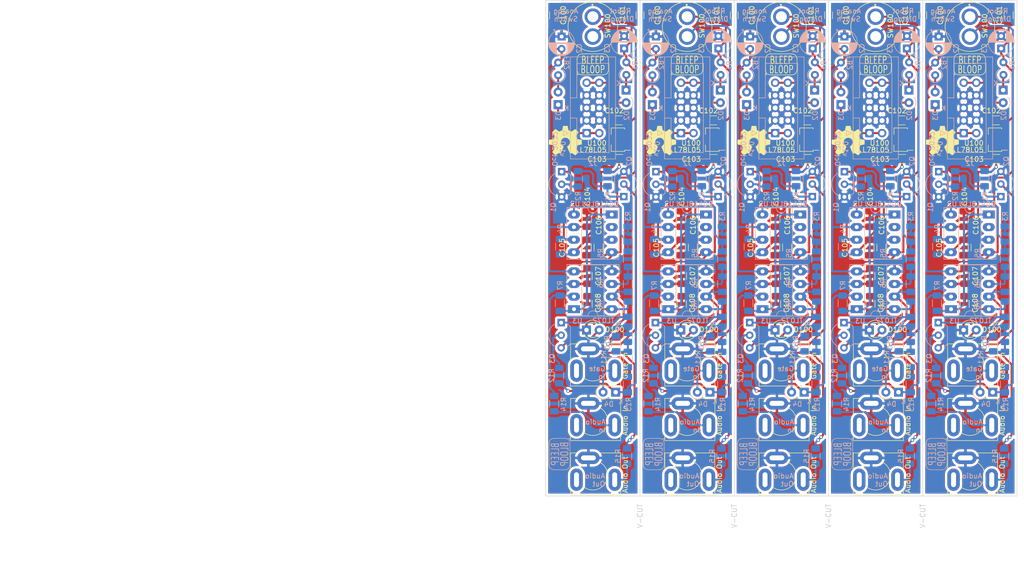
<source format=kicad_pcb>
(kicad_pcb (version 20211014) (generator pcbnew)
  (title_block (title "Analog Switch Module") (date "2022-10-09") (rev "1.0") (company "RobotDialogs"))
  (layers (0 "F.Cu" signal) (31 "B.Cu" signal) (34 "B.Paste" user) (35 "F.Paste" user) (36 "B.SilkS" user "B.Silkscreen") (37 "F.SilkS" user "F.Silkscreen") (38 "B.Mask" user) (39 "F.Mask" user) (44 "Edge.Cuts" user))
  (net 0 "")
  (net 1 "+12V")
  (net 2 "GND")
  (net 3 "-12V")
  (net 4 "+5V")
  (net 5 "-12VA")
  (net 6 "+12VA")
  (net 7 "Net-(D2-Pad1)")
  (net 8 "Net-(D3-Pad2)")
  (net 9 "Net-(D4-Pad1)")
  (net 10 "Net-(D4-Pad2)")
  (net 11 "Net-(D100-Pad2)")
  (net 14 "Net-(J101-PadT)")
  (net 16 "Net-(J102-PadT)")
  (net 17 "Net-(Q1-Pad2)")
  (net 18 "Net-(Q1-Pad1)")
  (net 19 "Net-(Q2-Pad1)")
  (net 20 "Net-(Q2-Pad2)")
  (net 21 "Net-(Q3-Pad1)")
  (net 22 "Net-(Q3-Pad2)")
  (net 23 "Net-(R5-Pad1)")
  (net 24 "Net-(U3-Pad6)")
  (net 25 "Net-(U3-Pad7)")
  (net 26 "Net-(U3-Pad2)")
  (net 27 "Net-(U3-Pad1)")
  (net 28 "Net-(R11-Pad2)")
  (net 29 "Net-(R11-Pad1)")
  (footprint "My Stuff:Jack_3.5mm_MJ-355W_Vertical" (layer "F.Cu") (at 149.5 134.8 -90)
    (fp_text reference "J101")
    (fp_text value "Audio In")
  )
  (footprint "My Stuff:Jack_3.5mm_MJ-355W_Vertical" (layer "F.Cu") (at 206.5 123.8 -90)
    (fp_text reference "J100")
    (fp_text value "Gate In")
  )
  (footprint "My Stuff:SW_PS1024ALRED" (layer "F.Cu") (at 206.5 55.3 -90)
    (fp_text reference "SW100")
    (fp_text value "SW_GATE")
  )
  (footprint "Capacitor_SMD:C_1206_3216Metric_Pad1.33x1.80mm_HandSolder" (layer "F.Cu") (at 167.25 99.85 90)
    (fp_text reference "C105")
    (fp_text value "10nF")
  )
  (footprint "Package_TO_SOT_SMD:SOT-89-3" (layer "F.Cu") (at 230.85 78.1 180)
    (fp_text reference "U100")
    (fp_text value "L78L05_SOT89")
  )
  (footprint "My Stuff:Logo1" (layer "F.Cu") (at 168.45 62.9)
    (fp_text reference "LOGO101" hide)
    (fp_text value "logo1" hide)
  )
  (footprint "Symbol:OSHW-Symbol_6.7x6mm_SilkScreen" (layer "F.Cu") (at 181.95 78.3)
    (fp_text reference "LOGO100" hide)
    (fp_text value "Logo_Open_Hardware_Small" hide)
  )
  (footprint "Capacitor_SMD:C_1206_3216Metric_Pad1.33x1.80mm_HandSolder" (layer "F.Cu") (at 211.85 81.999999 180)
    (fp_text reference "C103")
    (fp_text value "100nF")
  )
  (footprint "Capacitor_SMD:C_1206_3216Metric_Pad1.33x1.80mm_HandSolder" (layer "F.Cu") (at 224.45 105.6 90)
    (fp_text reference "C107")
    (fp_text value "10nF")
  )
  (footprint "Symbol:OSHW-Symbol_6.7x6mm_SilkScreen" (layer "F.Cu") (at 200.95 78.3)
    (fp_text reference "LOGO100" hide)
    (fp_text value "Logo_Open_Hardware_Small" hide)
  )
  (footprint "Capacitor_SMD:C_1206_3216Metric_Pad1.33x1.80mm_HandSolder" (layer "F.Cu") (at 224.3 94.1 -90)
    (fp_text reference "C104")
    (fp_text value "10nF")
  )
  (footprint "LED_THT:LED_D3.0mm" (layer "F.Cu") (at 224.225 116.5)
    (fp_text reference "D100")
    (fp_text value "GATE_LED")
  )
  (footprint "Capacitor_SMD:C_1206_3216Metric_Pad1.33x1.80mm_HandSolder" (layer "F.Cu") (at 211.75 74.2 180)
    (fp_text reference "C102")
    (fp_text value "220nF")
  )
  (footprint "Capacitor_SMD:C_1206_3216Metric_Pad1.33x1.80mm_HandSolder" (layer "F.Cu") (at 205.25 99.85 90)
    (fp_text reference "C105")
    (fp_text value "10nF")
  )
  (footprint "Capacitor_SMD:C_1206_3216Metric_Pad1.33x1.80mm_HandSolder" (layer "F.Cu") (at 173.85 81.999999 180)
    (fp_text reference "C103")
    (fp_text value "100nF")
  )
  (footprint "My Stuff:Jack_3.5mm_MJ-355W_Vertical" (layer "F.Cu") (at 168.5 123.8 -90)
    (fp_text reference "J100")
    (fp_text value "Gate In")
  )
  (footprint "My Stuff:Jack_3.5mm_MJ-355W_Vertical" (layer "F.Cu") (at 187.5 123.8 -90)
    (fp_text reference "J100")
    (fp_text value "Gate In")
  )
  (footprint "Capacitor_SMD:C_1206_3216Metric_Pad1.33x1.80mm_HandSolder" (layer "F.Cu") (at 150.65 99.85 90)
    (fp_text reference "C106")
    (fp_text value "10nF")
  )
  (footprint "Capacitor_SMD:C_1206_3216Metric_Pad1.33x1.80mm_HandSolder" (layer "F.Cu") (at 148.45 105.6 90)
    (fp_text reference "C107")
    (fp_text value "10nF")
  )
  (footprint "My Stuff:SW_PS1024ALRED" (layer "F.Cu") (at 149.5 55.3 -90)
    (fp_text reference "SW100")
    (fp_text value "SW_GATE")
  )
  (footprint "Package_TO_SOT_SMD:SOT-89-3" (layer "F.Cu") (at 192.85 78.1 180)
    (fp_text reference "U100")
    (fp_text value "L78L05_SOT89")
  )
  (footprint "Capacitor_SMD:C_1206_3216Metric_Pad1.33x1.80mm_HandSolder" (layer "F.Cu") (at 230.85 81.999999 180)
    (fp_text reference "C103")
    (fp_text value "100nF")
  )
  (footprint "Capacitor_SMD:C_1206_3216Metric_Pad1.33x1.80mm_HandSolder" (layer "F.Cu") (at 230.75 74.2 180)
    (fp_text reference "C102")
    (fp_text value "220nF")
  )
  (footprint "My Stuff:Jack_3.5mm_MJ-355W_Vertical" (layer "F.Cu") (at 206.5 145.8 -90)
    (fp_text reference "J102")
    (fp_text value "Audio Out")
  )
  (footprint "Capacitor_SMD:C_1206_3216Metric_Pad1.33x1.80mm_HandSolder" (layer "F.Cu") (at 207.65 99.85 90)
    (fp_text reference "C106")
    (fp_text value "10nF")
  )
  (footprint "LED_THT:LED_D3.0mm" (layer "F.Cu") (at 167.225 116.5)
    (fp_text reference "D100")
    (fp_text value "GATE_LED")
  )
  (footprint "My Stuff:Logo2" (layer "F.Cu") (at 199.75 141.5 90)
    (fp_text reference "LOGO102" hide)
    (fp_text value "logo1" hide)
  )
  (footprint "Capacitor_SMD:C_1206_3216Metric_Pad1.33x1.80mm_HandSolder" (layer "F.Cu") (at 148.3 94.1 -90)
    (fp_text reference "C104")
    (fp_text value "10nF")
  )
  (footprint "Capacitor_SMD:C_1206_3216Metric_Pad1.33x1.80mm_HandSolder" (layer "F.Cu") (at 214.3 53 90)
    (fp_text reference "C101")
    (fp_text value "10nF")
  )
  (footprint "My Stuff:SW_PS1024ALRED" (layer "F.Cu") (at 225.5 55.3 -90)
    (fp_text reference "SW100")
    (fp_text value "SW_GATE")
  )
  (footprint "Capacitor_SMD:C_1206_3216Metric_Pad1.33x1.80mm_HandSolder" (layer "F.Cu") (at 226.65 99.85 90)
    (fp_text reference "C106")
    (fp_text value "10nF")
  )
  (footprint "My Stuff:Jack_3.5mm_MJ-355W_Vertical" (layer "F.Cu") (at 187.5 145.8 -90)
    (fp_text reference "J102")
    (fp_text value "Audio Out")
  )
  (footprint "Capacitor_SMD:C_1206_3216Metric_Pad1.33x1.80mm_HandSolder" (layer "F.Cu") (at 186.45 105.6 90)
    (fp_text reference "C107")
    (fp_text value "10nF")
  )
  (footprint "My Stuff:Logo1" (layer "F.Cu") (at 149.45 62.9)
    (fp_text reference "LOGO101" hide)
    (fp_text value "logo1" hide)
  )
  (footprint "Package_TO_SOT_SMD:SOT-89-3" (layer "F.Cu") (at 154.85 78.1 180)
    (fp_text reference "U100")
    (fp_text value "L78L05_SOT89")
  )
  (footprint "Capacitor_SMD:C_1206_3216Metric_Pad1.33x1.80mm_HandSolder" (layer "F.Cu") (at 186.45 111.25 90)
    (fp_text reference "C108")
    (fp_text value "10nF")
  )
  (footprint "My Stuff:Jack_3.5mm_MJ-355W_Vertical" (layer "F.Cu") (at 225.5 134.8 -90)
    (fp_text reference "J101")
    (fp_text value "Audio In")
  )
  (footprint "Capacitor_SMD:C_1206_3216Metric_Pad1.33x1.80mm_HandSolder" (layer "F.Cu") (at 205.45 105.6 90)
    (fp_text reference "C107")
    (fp_text value "10nF")
  )
  (footprint "My Stuff:Logo2" (layer "F.Cu") (at 161.75 141.5 90)
    (fp_text reference "LOGO102" hide)
    (fp_text value "logo1" hide)
  )
  (footprint "Capacitor_SMD:C_1206_3216Metric_Pad1.33x1.80mm_HandSolder" (layer "F.Cu") (at 195.3 53 90)
    (fp_text reference "C101")
    (fp_text value "10nF")
  )
  (footprint "Capacitor_SMD:C_1206_3216Metric_Pad1.33x1.80mm_HandSolder" (layer "F.Cu") (at 160.7 53 -90)
    (fp_text reference "C100")
    (fp_text value "10nF")
  )
  (footprint "My Stuff:Logo1" (layer "F.Cu") (at 225.45 62.9)
    (fp_text reference "LOGO101" hide)
    (fp_text value "logo1" hide)
  )
  (footprint "Capacitor_SMD:C_1206_3216Metric_Pad1.33x1.80mm_HandSolder" (layer "F.Cu") (at 186.25 99.85 90)
    (fp_text reference "C105")
    (fp_text value "10nF")
  )
  (footprint "Capacitor_SMD:C_1206_3216Metric_Pad1.33x1.80mm_HandSolder" (layer "F.Cu") (at 192.85 81.999999 180)
    (fp_text reference "C103")
    (fp_text value "100nF")
  )
  (footprint "Capacitor_SMD:C_1206_3216Metric_Pad1.33x1.80mm_HandSolder" (layer "F.Cu") (at 179.7 53 -90)
    (fp_text reference "C100")
    (fp_text value "10nF")
  )
  (footprint "My Stuff:Logo1" (layer "F.Cu") (at 206.45 62.9)
    (fp_text reference "LOGO101" hide)
    (fp_text value "logo1" hide)
  )
  (footprint "Capacitor_SMD:C_1206_3216Metric_Pad1.33x1.80mm_HandSolder" (layer "F.Cu") (at 148.45 111.25 90)
    (fp_text reference "C108")
    (fp_text value "10nF")
  )
  (footprint "Capacitor_SMD:C_1206_3216Metric_Pad1.33x1.80mm_HandSolder" (layer "F.Cu") (at 198.7 53 -90)
    (fp_text reference "C100")
    (fp_text value "10nF")
  )
  (footprint "LED_THT:LED_D3.0mm" (layer "F.Cu") (at 205.225 116.5)
    (fp_text reference "D100")
    (fp_text value "GATE_LED")
  )
  (footprint "Capacitor_SMD:C_1206_3216Metric_Pad1.33x1.80mm_HandSolder" (layer "F.Cu") (at 154.85 81.999999 180)
    (fp_text reference "C103")
    (fp_text value "100nF")
  )
  (footprint "My Stuff:Jack_3.5mm_MJ-355W_Vertical" (layer "F.Cu") (at 187.5 134.8 -90)
    (fp_text reference "J101")
    (fp_text value "Audio In")
  )
  (footprint "Capacitor_SMD:C_1206_3216Metric_Pad1.33x1.80mm_HandSolder" (layer "F.Cu") (at 167.3 94.1 -90)
    (fp_text reference "C104")
    (fp_text value "10nF")
  )
  (footprint "Capacitor_SMD:C_1206_3216Metric_Pad1.33x1.80mm_HandSolder" (layer "F.Cu") (at 167.45 105.6 90)
    (fp_text reference "C107")
    (fp_text value "10nF")
  )
  (footprint "LED_THT:LED_D3.0mm" (layer "F.Cu") (at 186.225 116.5)
    (fp_text reference "D100")
    (fp_text value "GATE_LED")
  )
  (footprint "Capacitor_SMD:C_1206_3216Metric_Pad1.33x1.80mm_HandSolder" (layer "F.Cu") (at 217.7 53 -90)
    (fp_text reference "C100")
    (fp_text value "10nF")
  )
  (footprint "My Stuff:Jack_3.5mm_MJ-355W_Vertical" (layer "F.Cu") (at 225.5 123.8 -90)
    (fp_text reference "J100")
    (fp_text value "Gate In")
  )
  (footprint "My Stuff:Jack_3.5mm_MJ-355W_Vertical" (layer "F.Cu") (at 206.5 134.8 -90)
    (fp_text reference "J101")
    (fp_text value "Audio In")
  )
  (footprint "My Stuff:Logo2" (layer "F.Cu") (at 218.75 141.5 90)
    (fp_text reference "LOGO102" hide)
    (fp_text value "logo1" hide)
  )
  (footprint "Capacitor_SMD:C_1206_3216Metric_Pad1.33x1.80mm_HandSolder" (layer "F.Cu") (at 205.3 94.1 -90)
    (fp_text reference "C104")
    (fp_text value "10nF")
  )
  (footprint "Capacitor_SMD:C_1206_3216Metric_Pad1.33x1.80mm_HandSolder" (layer "F.Cu") (at 176.3 53 90)
    (fp_text reference "C101")
    (fp_text value "10nF")
  )
  (footprint "LED_THT:LED_D3.0mm" (layer "F.Cu") (at 148.225 116.5)
    (fp_text reference "D100")
    (fp_text value "GATE_LED")
  )
  (footprint "Capacitor_SMD:C_1206_3216Metric_Pad1.33x1.80mm_HandSolder" (layer "F.Cu") (at 233.3 53 90)
    (fp_text reference "C101")
    (fp_text value "10nF")
  )
  (footprint "My Stuff:SW_PS1024ALRED" (layer "F.Cu") (at 187.5 55.3 -90)
    (fp_text reference "SW100")
    (fp_text value "SW_GATE")
  )
  (footprint "Capacitor_SMD:C_1206_3216Metric_Pad1.33x1.80mm_HandSolder" (layer "F.Cu") (at 224.45 111.25 90)
    (fp_text reference "C108")
    (fp_text value "10nF")
  )
  (footprint "Capacitor_SMD:C_1206_3216Metric_Pad1.33x1.80mm_HandSolder" (layer "F.Cu") (at 173.75 74.2 180)
    (fp_text reference "C102")
    (fp_text value "220nF")
  )
  (footprint "Capacitor_SMD:C_1206_3216Metric_Pad1.33x1.80mm_HandSolder" (layer "F.Cu") (at 205.45 111.25 90)
    (fp_text reference "C108")
    (fp_text value "10nF")
  )
  (footprint "Capacitor_SMD:C_1206_3216Metric_Pad1.33x1.80mm_HandSolder" (layer "F.Cu") (at 224.25 99.85 90)
    (fp_text reference "C105")
    (fp_text value "10nF")
  )
  (footprint "Capacitor_SMD:C_1206_3216Metric_Pad1.33x1.80mm_HandSolder" (layer "F.Cu") (at 167.45 111.25 90)
    (fp_text reference "C108")
    (fp_text value "10nF")
  )
  (footprint "Package_TO_SOT_SMD:SOT-89-3" (layer "F.Cu") (at 173.85 78.1 180)
    (fp_text reference "U100")
    (fp_text value "L78L05_SOT89")
  )
  (footprint "My Stuff:Jack_3.5mm_MJ-355W_Vertical" (layer "F.Cu") (at 168.5 134.8 -90)
    (fp_text reference "J101")
    (fp_text value "Audio In")
  )
  (footprint "My Stuff:Jack_3.5mm_MJ-355W_Vertical" (layer "F.Cu") (at 149.5 145.8 -90)
    (fp_text reference "J102")
    (fp_text value "Audio Out")
  )
  (footprint "Package_TO_SOT_SMD:SOT-89-3" (layer "F.Cu") (at 211.85 78.1 180)
    (fp_text reference "U100")
    (fp_text value "L78L05_SOT89")
  )
  (footprint "Symbol:OSHW-Symbol_6.7x6mm_SilkScreen" (layer "F.Cu") (at 143.95 78.3)
    (fp_text reference "LOGO100" hide)
    (fp_text value "Logo_Open_Hardware_Small" hide)
  )
  (footprint "Capacitor_SMD:C_1206_3216Metric_Pad1.33x1.80mm_HandSolder" (layer "F.Cu") (at 157.3 53 90)
    (fp_text reference "C101")
    (fp_text value "10nF")
  )
  (footprint "Symbol:OSHW-Symbol_6.7x6mm_SilkScreen" (layer "F.Cu") (at 162.95 78.3)
    (fp_text reference "LOGO100" hide)
    (fp_text value "Logo_Open_Hardware_Small" hide)
  )
  (footprint "Capacitor_SMD:C_1206_3216Metric_Pad1.33x1.80mm_HandSolder" (layer "F.Cu") (at 192.75 74.2 180)
    (fp_text reference "C102")
    (fp_text value "220nF")
  )
  (footprint "Capacitor_SMD:C_1206_3216Metric_Pad1.33x1.80mm_HandSolder" (layer "F.Cu") (at 186.3 94.1 -90)
    (fp_text reference "C104")
    (fp_text value "10nF")
  )
  (footprint "My Stuff:Jack_3.5mm_MJ-355W_Vertical" (layer "F.Cu") (at 225.5 145.8 -90)
    (fp_text reference "J102")
    (fp_text value "Audio Out")
  )
  (footprint "Capacitor_SMD:C_1206_3216Metric_Pad1.33x1.80mm_HandSolder" (layer "F.Cu") (at 141.7 53 -90)
    (fp_text reference "C100")
    (fp_text value "10nF")
  )
  (footprint "My Stuff:Jack_3.5mm_MJ-355W_Vertical" (layer "F.Cu") (at 168.5 145.8 -90)
    (fp_text reference "J102")
    (fp_text value "Audio Out")
  )
  (footprint "My Stuff:Logo1" (layer "F.Cu") (at 187.45 62.9)
    (fp_text reference "LOGO101" hide)
    (fp_text value "logo1" hide)
  )
  (footprint "My Stuff:Jack_3.5mm_MJ-355W_Vertical" (layer "F.Cu") (at 149.5 123.8 -90)
    (fp_text reference "J100")
    (fp_text value "Gate In")
  )
  (footprint "Capacitor_SMD:C_1206_3216Metric_Pad1.33x1.80mm_HandSolder" (layer "F.Cu") (at 148.25 99.85 90)
    (fp_text reference "C105")
    (fp_text value "10nF")
  )
  (footprint "Capacitor_SMD:C_1206_3216Metric_Pad1.33x1.80mm_HandSolder" (layer "F.Cu") (at 169.65 99.85 90)
    (fp_text reference "C106")
    (fp_text value "10nF")
  )
  (footprint "My Stuff:Logo2" (layer "F.Cu") (at 142.75 141.5 90)
    (fp_text reference "LOGO102" hide)
    (fp_text value "logo1" hide)
  )
  (footprint "My Stuff:SW_PS1024ALRED" (layer "F.Cu") (at 168.5 55.3 -90)
    (fp_text reference "SW100")
    (fp_text value "SW_GATE")
  )
  (footprint "Capacitor_SMD:C_1206_3216Metric_Pad1.33x1.80mm_HandSolder" (layer "F.Cu") (at 188.65 99.85 90)
    (fp_text reference "C106")
    (fp_text value "10nF")
  )
  (footprint "Symbol:OSHW-Symbol_6.7x6mm_SilkScreen" (layer "F.Cu") (at 219.95 78.3)
    (fp_text reference "LOGO100" hide)
    (fp_text value "Logo_Open_Hardware_Small" hide)
  )
  (footprint "Capacitor_SMD:C_1206_3216Metric_Pad1.33x1.80mm_HandSolder" (layer "F.Cu") (at 154.75 74.2 180)
    (fp_text reference "C102")
    (fp_text value "220nF")
  )
  (footprint "My Stuff:Logo2" (layer "F.Cu") (at 180.75 141.5 90)
    (fp_text reference "LOGO102" hide)
    (fp_text value "logo1" hide)
  )
  (footprint "Resistor_SMD:R_1206_3216Metric_Pad1.30x1.75mm_HandSolder" (layer "B.Cu") (at 173.2 119.25 90)
    (fp_text reference "R10")
    (fp_text value "100k")
  )
  (footprint "Package_DIP:DIP-8_W7.62mm_Socket_LongPads" (layer "B.Cu") (at 153.3 93.2 180)
    (fp_text reference "U2")
    (fp_text value "DG418LDJ")
  )
  (footprint "Resistor_SMD:R_1206_3216Metric_Pad1.30x1.75mm_HandSolder" (layer "B.Cu") (at 199.7 125.7 -90)
    (fp_text reference "R12")
    (fp_text value "100k")
  )
  (footprint "Resistor_SMD:R_1206_3216Metric_Pad1.30x1.75mm_HandSolder" (layer "B.Cu") (at 194.55 107.25 -90)
    (fp_text reference "R6")
    (fp_text value "100k")
  )
  (footprint "Package_TO_SOT_THT:TO-92_Inline_Wide" (layer "B.Cu") (at 200.11 115.01 -90)
    (fp_text reference "Q3")
    (fp_text value "BC547")
  )
  (footprint "Resistor_SMD:R_1206_3216Metric_Pad1.30x1.75mm_HandSolder" (layer "B.Cu") (at 184.5 86 -90)
    (fp_text reference "R2")
    (fp_text value "100k")
  )
  (footprint "Resistor_SMD:R_1206_3216Metric_Pad1.30x1.75mm_HandSolder" (layer "B.Cu") (at 156.4 141.95 -90)
    (fp_text reference "R15")
    (fp_text value "1k")
  )
  (footprint "Resistor_SMD:R_1206_3216Metric_Pad1.30x1.75mm_HandSolder" (layer "B.Cu") (at 175.55 117.35 90)
    (fp_text reference "R9")
    (fp_text value "100k")
  )
  (footprint "Resistor_SMD:R_1206_3216Metric_Pad1.30x1.75mm_HandSolder" (layer "B.Cu") (at 222.5 86 -90)
    (fp_text reference "R2")
    (fp_text value "100k")
  )
  (footprint "Resistor_SMD:R_1206_3216Metric_Pad1.30x1.75mm_HandSolder" (layer "B.Cu") (at 230.2 119.25 90)
    (fp_text reference "R10")
    (fp_text value "100k")
  )
  (footprint "Resistor_SMD:R_1206_3216Metric_Pad1.30x1.75mm_HandSolder" (layer "B.Cu") (at 213.55 97.15 -90)
    (fp_text reference "R3")
    (fp_text value "1k")
  )
  (footprint "Resistor_SMD:R_1206_3216Metric_Pad1.30x1.75mm_HandSolder" (layer "B.Cu") (at 217.7 131.35 90)
    (fp_text reference "R14")
    (fp_text value "100k")
  )
  (footprint "Resistor_SMD:R_1206_3216Metric_Pad1.30x1.75mm_HandSolder" (layer "B.Cu") (at 156.55 102.2 -90)
    (fp_text reference "R5")
    (fp_text value "100k")
  )
  (footprint "Resistor_SMD:R_1206_3216Metric_Pad1.30x1.75mm_HandSolder" (layer "B.Cu") (at 194.55 97.15 -90)
    (fp_text reference "R3")
    (fp_text value "1k")
  )
  (footprint "Resistor_SMD:R_1206_3216Metric_Pad1.30x1.75mm_HandSolder" (layer "B.Cu") (at 165.5 86 -90)
    (fp_text reference "R2")
    (fp_text value "100k")
  )
  (footprint "Package_DIP:DIP-8_W7.62mm_Socket_LongPads" (layer "B.Cu") (at 183.7 112.3)
    (fp_text reference "U3")
    (fp_text value "TL072")
  )
  (footprint "Resistor_SMD:R_1206_3216Metric_Pad1.30x1.75mm_HandSolder" (layer "B.Cu") (at 209.45 85.95 90)
    (fp_text reference "R1")
    (fp_text value "100k")
  )
  (footprint "Package_DIP:DIP-8_W7.62mm_Socket_LongPads" (layer "B.Cu") (at 229.3 93.2 180)
    (fp_text reference "U2")
    (fp_text value "DG418LDJ")
  )
  (footprint "Resistor_SMD:R_1206_3216Metric_Pad1.30x1.75mm_HandSolder" (layer "B.Cu") (at 175.55 122.45 90)
    (fp_text reference "R11")
    (fp_text value "100k")
  )
  (footprint "Resistor_SMD:R_1206_3216Metric_Pad1.30x1.75mm_HandSolder" (layer "B.Cu") (at 175.55 102.2 -90)
    (fp_text reference "R5")
    (fp_text value "100k")
  )
  (footprint "Resistor_SMD:R_1206_3216Metric_Pad1.30x1.75mm_HandSolder" (layer "B.Cu") (at 175.55 97.15 -90)
    (fp_text reference "R3")
    (fp_text value "1k")
  )
  (footprint "Diode_THT:D_A-405_P2.54mm_Vertical_KathodeUp" (layer "B.Cu") (at 161.5 71.04 90)
    (fp_text reference "D3")
    (fp_text value "D")
  )
  (footprint "Diode_THT:D_A-405_P2.54mm_Vertical_KathodeUp" (layer "B.Cu") (at 175.2 68.1 -90)
    (fp_text reference "D2")
    (fp_text value "D")
  )
  (footprint "Capacitor_THT:CP_Radial_D5.0mm_P2.50mm" (layer "B.Cu") (at 181.2 57.294888 -90)
    (fp_text reference "C2")
    (fp_text value "100uF")
  )
  (footprint "Package_TO_SOT_THT:TO-92_Inline_Wide" (layer "B.Cu") (at 162.21 84.56 -90)
    (fp_text reference "Q1")
    (fp_text value "BC547")
  )
  (footprint "Capacitor_THT:CP_Radial_D5.0mm_P2.50mm" (layer "B.Cu") (at 193.8 59.705113 90)
    (fp_text reference "C3")
    (fp_text value "100uF")
  )
  (footprint "Package_TO_SOT_THT:TO-92_Inline_Wide" (layer "B.Cu") (at 162.11 115.01 -90)
    (fp_text reference "Q3")
    (fp_text value "BC547")
  )
  (footprint "Inductor_THT:L_Axial_L6.6mm_D2.7mm_P2.54mm_Vertical_Vishay_IM-2" (layer "B.Cu") (at 199.5 65.095 90)
    (fp_text reference "FB2")
    (fp_text value "FerriteBead")
  )
  (footprint "Diode_THT:D_A-405_P2.54mm_Vertical_KathodeUp" (layer "B.Cu") (at 194.2 68.1 -90)
    (fp_text reference "D2")
    (fp_text value "D")
  )
  (footprint "Package_DIP:DIP-8_W7.62mm_Socket_LongPads" (layer "B.Cu") (at 221.7 112.3)
    (fp_text reference "U3")
    (fp_text value "TL072")
  )
  (footprint "Connector_IDC:IDC-Header_2x05_P2.54mm_Vertical" (layer "B.Cu") (at 205.2475 76.78)
    (fp_text reference "J2")
    (fp_text value "Conn_02x05_Odd_Even")
  )
  (footprint "Package_TO_SOT_THT:TO-92_Inline_Wide" (layer "B.Cu") (at 231.74 89.59 90)
    (fp_text reference "Q2")
    (fp_text value "BC547")
  )
  (footprint "Inductor_THT:L_Axial_L6.6mm_D2.7mm_P2.54mm_Vertical_Vishay_IM-2" (layer "B.Cu") (at 175.25 65.035 90)
    (fp_text reference "FB1")
    (fp_text value "FerriteBead")
  )
  (footprint "Diode_THT:D_A-405_P2.54mm_Vertical_KathodeUp" (layer "B.Cu") (at 173.1 129.05 180)
    (fp_text reference "D4")
    (fp_text value "D")
  )
  (footprint "Package_TO_SOT_THT:TO-92_Inline_Wide" (layer "B.Cu") (at 143.21 84.56 -90)
    (fp_text reference "Q1")
    (fp_text value "BC547")
  )
  (footprint "Resistor_SMD:R_1206_3216Metric_Pad1.30x1.75mm_HandSolder" (layer "B.Cu") (at 161.85 111.1 -90)
    (fp_text reference "R7")
    (fp_text value "100k")
  )
  (footprint "Inductor_THT:L_Axial_L6.6mm_D2.7mm_P2.54mm_Vertical_Vishay_IM-2" (layer "B.Cu") (at 180.5 65.095 90)
    (fp_text reference "FB2")
    (fp_text value "FerriteBead")
  )
  (footprint "Diode_THT:D_A-405_P2.54mm_Vertical_KathodeUp" (layer "B.Cu") (at 192.1 129.05 180)
    (fp_text reference "D4")
    (fp_text value "D")
  )
  (footprint "Resistor_SMD:R_1206_3216Metric_Pad1.30x1.75mm_HandSolder" (layer "B.Cu") (at 141.7 131.35 90)
    (fp_text reference "R14")
    (fp_text value "100k")
  )
  (footprint "Resistor_SMD:R_1206_3216Metric_Pad1.30x1.75mm_HandSolder" (layer "B.Cu") (at 156.55 112.3 -90)
    (fp_text reference "R8")
    (fp_text value "1k")
  )
  (footprint "Resistor_SMD:R_1206_3216Metric_Pad1.30x1.75mm_HandSolder" (layer "B.Cu") (at 154.2 119.25 90)
    (fp_text reference "R10")
    (fp_text value "100k")
  )
  (footprint "Resistor_SMD:R_1206_3216Metric_Pad1.30x1.75mm_HandSolder" (layer "B.Cu") (at 199.9 99.7 90)
    (fp_text reference "R4")
    (fp_text value "100k")
  )
  (footprint "Resistor_SMD:R_1206_3216Metric_Pad1.30x1.75mm_HandSolder" (layer "B.Cu") (at 213.55 112.3 -90)
    (fp_text reference "R8")
    (fp_text value "1k")
  )
  (footprint "Resistor_SMD:R_1206_3216Metric_Pad1.30x1.75mm_HandSolder" (layer "B.Cu") (at 175.55 127.5 90)
    (fp_text reference "R13")
    (fp_text value "100k")
  )
  (footprint "Resistor_SMD:R_1206_3216Metric_Pad1.30x1.75mm_HandSolder" (layer "B.Cu") (at 142.9 99.7 90)
    (fp_text reference "R4")
    (fp_text value "100k")
  )
  (footprint "Resistor_SMD:R_1206_3216Metric_Pad1.30x1.75mm_HandSolder" (layer "B.Cu") (at 232.55 102.2 -90)
    (fp_text reference "R5")
    (fp_text value "100k")
  )
  (footprint "Package_TO_SOT_THT:TO-92_Inline_Wide" (layer "B.Cu") (at 181.21 84.56 -90)
    (fp_text reference "Q1")
    (fp_text value "BC547")
  )
  (footprint "Resistor_SMD:R_1206_3216Metric_Pad1.30x1.75mm_HandSolder" (layer "B.Cu") (at 156.55 127.5 90)
    (fp_text reference "R13")
    (fp_text value "100k")
  )
  (footprint "Resistor_SMD:R_1206_3216Metric_Pad1.30x1.75mm_HandSolder" (layer "B.Cu") (at 175.55 107.25 -90)
    (fp_text reference "R6")
    (fp_text value "100k")
  )
  (footprint "Resistor_SMD:R_1206_3216Metric_Pad1.30x1.75mm_HandSolder" (layer "B.Cu") (at 232.55 107.25 -90)
    (fp_text reference "R6")
    (fp_text value "100k")
  )
  (footprint "Diode_THT:D_A-405_P2.54mm_Vertical_KathodeUp" (layer "B.Cu") (at 232.2 68.1 -90)
    (fp_text reference "D2")
    (fp_text value "D")
  )
  (footprint "Resistor_SMD:R_1206_3216Metric_Pad1.30x1.75mm_HandSolder" (layer "B.Cu") (at 179.7 131.35 90)
    (fp_text reference "R14")
    (fp_text value "100k")
  )
  (footprint "Resistor_SMD:R_1206_3216Metric_Pad1.30x1.75mm_HandSolder" (layer "B.Cu") (at 142.85 111.1 -90)
    (fp_text reference "R7")
    (fp_text value "100k")
  )
  (footprint "Resistor_SMD:R_1206_3216Metric_Pad1.30x1.75mm_HandSolder" (layer "B.Cu") (at 232.55 112.3 -90)
    (fp_text reference "R8")
    (fp_text value "1k")
  )
  (footprint "Resistor_SMD:R_1206_3216Metric_Pad1.30x1.75mm_HandSolder" (layer "B.Cu") (at 175.4 141.95 -90)
    (fp_text reference "R15")
    (fp_text value "1k")
  )
  (footprint "Connector_IDC:IDC-Header_2x05_P2.54mm_Vertical" (layer "B.Cu") (at 148.2475 76.78)
    (fp_text reference "J2")
    (fp_text value "Conn_02x05_Odd_Even")
  )
  (footprint "Resistor_SMD:R_1206_3216Metric_Pad1.30x1.75mm_HandSolder" (layer "B.Cu") (at 194.55 102.2 -90)
    (fp_text reference "R5")
    (fp_text value "100k")
  )
  (footprint "Resistor_SMD:R_1206_3216Metric_Pad1.30x1.75mm_HandSolder" (layer "B.Cu") (at 194.55 112.3 -90)
    (fp_text reference "R8")
    (fp_text value "1k")
  )
  (footprint "Package_TO_SOT_THT:TO-92_Inline_Wide" (layer "B.Cu") (at 219.11 115.01 -90)
    (fp_text reference "Q3")
    (fp_text value "BC547")
  )
  (footprint "Diode_THT:D_A-405_P2.54mm_Vertical_KathodeUp" (layer "B.Cu") (at 156.2 68.1 -90)
    (fp_text reference "D2")
    (fp_text value "D")
  )
  (footprint "Diode_THT:D_A-405_P2.54mm_Vertical_KathodeUp" (layer "B.Cu") (at 180.5 71.04 90)
    (fp_text reference "D3")
    (fp_text value "D")
  )
  (footprint "Inductor_THT:L_Axial_L6.6mm_D2.7mm_P2.54mm_Vertical_Vishay_IM-2" (layer "B.Cu") (at 218.5 65.095 90)
    (fp_text reference "FB2")
    (fp_text value "FerriteBead")
  )
  (footprint "Diode_THT:D_A-405_P2.54mm_Vertical_KathodeUp" (layer "B.Cu") (at 199.5 71.04 90)
    (fp_text reference "D3")
    (fp_text value "D")
  )
  (footprint "Diode_THT:D_A-405_P2.54mm_Vertical_KathodeUp" (layer "B.Cu") (at 142.5 71.04 90)
    (fp_text reference "D3")
    (fp_text value "D")
  )
  (footprint "Resistor_SMD:R_1206_3216Metric_Pad1.30x1.75mm_HandSolder" (layer "B.Cu") (at 218.7 125.7 -90)
    (fp_text reference "R12")
    (fp_text value "100k")
  )
  (footprint "Diode_THT:D_A-405_P2.54mm_Vertical_KathodeUp" (layer "B.Cu") (at 211.1 129.05 180)
    (fp_text reference "D4")
    (fp_text value "D")
  )
  (footprint "Resistor_SMD:R_1206_3216Metric_Pad1.30x1.75mm_HandSolder" (layer "B.Cu") (at 218.85 111.1 -90)
    (fp_text reference "R7")
    (fp_text value "100k")
  )
  (footprint "Connector_IDC:IDC-Header_2x05_P2.54mm_Vertical" (layer "B.Cu") (at 167.2475 76.78)
    (fp_text reference "J2")
    (fp_text value "Conn_02x05_Odd_Even")
  )
  (footprint "Resistor_SMD:R_1206_3216Metric_Pad1.30x1.75mm_HandSolder" (layer "B.Cu") (at 218.9 99.7 90)
    (fp_text reference "R4")
    (fp_text value "100k")
  )
  (footprint "Resistor_SMD:R_1206_3216Metric_Pad1.30x1.75mm_HandSolder" (layer "B.Cu") (at 213.55 102.2 -90)
    (fp_text reference "R5")
    (fp_text value "100k")
  )
  (footprint "Package_DIP:DIP-8_W7.62mm_Socket_LongPads" (layer "B.Cu") (at 210.3 93.2 180)
    (fp_text reference "U2")
    (fp_text value "DG418LDJ")
  )
  (footprint "Resistor_SMD:R_1206_3216Metric_Pad1.30x1.75mm_HandSolder" (layer "B.Cu") (at 203.5 86 -90)
    (fp_text reference "R2")
    (fp_text value "100k")
  )
  (footprint "Resistor_SMD:R_1206_3216Metric_Pad1.30x1.75mm_HandSolder" (layer "B.Cu") (at 156.55 107.25 -90)
    (fp_text reference "R6")
    (fp_text value "100k")
  )
  (footprint "Resistor_SMD:R_1206_3216Metric_Pad1.30x1.75mm_HandSolder" (layer "B.Cu") (at 232.55 97.15 -90)
    (fp_text reference "R3")
    (fp_text value "1k")
  )
  (footprint "Package_TO_SOT_THT:TO-92_Inline_Wide" (layer "B.Cu") (at 143.11 115.01 -90)
    (fp_text reference "Q3")
    (fp_text value "BC547")
  )
  (footprint "Package_TO_SOT_THT:TO-92_Inline_Wide" (layer "B.Cu") (at 200.21 84.56 -90)
    (fp_text reference "Q1")
    (fp_text value "BC547")
  )
  (footprint "Resistor_SMD:R_1206_3216Metric_Pad1.30x1.75mm_HandSolder" (layer "B.Cu") (at 213.55 127.5 90)
    (fp_text reference "R13")
    (fp_text value "100k")
  )
  (footprint "Resistor_SMD:R_1206_3216Metric_Pad1.30x1.75mm_HandSolder" (layer "B.Cu") (at 213.55 117.35 90)
    (fp_text reference "R9")
    (fp_text value "100k")
  )
  (footprint "Package_TO_SOT_THT:TO-92_Inline_Wide" (layer "B.Cu") (at 212.74 89.59 90)
    (fp_text reference "Q2")
    (fp_text value "BC547")
  )
  (footprint "Resistor_SMD:R_1206_3216Metric_Pad1.30x1.75mm_HandSolder" (layer "B.Cu") (at 232.55 122.45 90)
    (fp_text reference "R11")
    (fp_text value "100k")
  )
  (footprint "Resistor_SMD:R_1206_3216Metric_Pad1.30x1.75mm_HandSolder" (layer "B.Cu") (at 152.45 85.95 90)
    (fp_text reference "R1")
    (fp_text value "100k")
  )
  (footprint "Capacitor_THT:CP_Radial_D5.0mm_P2.50mm" (layer "B.Cu") (at 174.8 59.705113 90)
    (fp_text reference "C3")
    (fp_text value "100uF")
  )
  (footprint "Resistor_SMD:R_1206_3216Metric_Pad1.30x1.75mm_HandSolder" (layer "B.Cu") (at 232.55 117.35 90)
    (fp_text reference "R9")
    (fp_text value "100k")
  )
  (footprint "Resistor_SMD:R_1206_3216Metric_Pad1.30x1.75mm_HandSolder" (layer "B.Cu") (at 180.9 99.7 90)
    (fp_text reference "R4")
    (fp_text value "100k")
  )
  (footprint "Resistor_SMD:R_1206_3216Metric_Pad1.30x1.75mm_HandSolder" (layer "B.Cu") (at 156.55 117.35 90)
    (fp_text reference "R9")
    (fp_text value "100k")
  )
  (footprint "Capacitor_THT:CP_Radial_D5.0mm_P2.50mm" (layer "B.Cu") (at 231.8 59.705113 90)
    (fp_text reference "C3")
    (fp_text value "100uF")
  )
  (footprint "Resistor_SMD:R_1206_3216Metric_Pad1.30x1.75mm_HandSolder" (layer "B.Cu") (at 180.85 111.1 -90)
    (fp_text reference "R7")
    (fp_text value "100k")
  )
  (footprint "Resistor_SMD:R_1206_3216Metric_Pad1.30x1.75mm_HandSolder" (layer "B.Cu") (at 194.4 141.95 -90)
    (fp_text reference "R15")
    (fp_text value "1k")
  )
  (footprint "Capacitor_THT:CP_Radial_D5.0mm_P2.50mm" (layer "B.Cu") (at 155.8 59.705113 90)
    (fp_text reference "C3")
    (fp_text value "100uF")
  )
  (footprint "Inductor_THT:L_Axial_L6.6mm_D2.7mm_P2.54mm_Vertical_Vishay_IM-2" (layer "B.Cu") (at 194.25 65.035 90)
    (fp_text reference "FB1")
    (fp_text value "FerriteBead")
  )
  (footprint "Resistor_SMD:R_1206_3216Metric_Pad1.30x1.75mm_HandSolder" (layer "B.Cu") (at 192.2 119.25 90)
    (fp_text reference "R10")
    (fp_text value "100k")
  )
  (footprint "Inductor_THT:L_Axial_L6.6mm_D2.7mm_P2.54mm_Vertical_Vishay_IM-2" (layer "B.Cu") (at 213.25 65.035 90)
    (fp_text reference "FB1")
    (fp_text value "FerriteBead")
  )
  (footprint "Diode_THT:D_A-405_P2.54mm_Vertical_KathodeUp" (layer "B.Cu") (at 230.1 129.05 180)
    (fp_text reference "D4")
    (fp_text value "D")
  )
  (footprint "Resistor_SMD:R_1206_3216Metric_Pad1.30x1.75mm_HandSolder" (layer "B.Cu") (at 161.9 99.7 90)
    (fp_text reference "R4")
    (fp_text value "100k")
  )
  (footprint "Resistor_SMD:R_1206_3216Metric_Pad1.30x1.75mm_HandSolder" (layer "B.Cu") (at 211.2 119.25 90)
    (fp_text reference "R10")
    (fp_text value "100k")
  )
  (footprint "Capacitor_THT:CP_Radial_D5.0mm_P2.50mm" (layer "B.Cu") (at 162.2 57.294888 -90)
    (fp_text reference "C2")
    (fp_text value "100uF")
  )
  (footprint "Capacitor_THT:CP_Radial_D5.0mm_P2.50mm" (layer "B.Cu") (at 200.2 57.294888 -90)
    (fp_text reference "C2")
    (fp_text value "100uF")
  )
  (footprint "Resistor_SMD:R_1206_3216Metric_Pad1.30x1.75mm_HandSolder" (layer "B.Cu") (at 213.55 107.25 -90)
    (fp_text reference "R6")
    (fp_text value "100k")
  )
  (footprint "Resistor_SMD:R_1206_3216Metric_Pad1.30x1.75mm_HandSolder" (layer "B.Cu") (at 156.55 122.45 90)
    (fp_text reference "R11")
    (fp_text value "100k")
  )
  (footprint "Package_TO_SOT_THT:TO-92_Inline_Wide" (layer "B.Cu") (at 155.74 89.59 90)
    (fp_text reference "Q2")
    (fp_text value "BC547")
  )
  (footprint "Package_TO_SOT_THT:TO-92_Inline_Wide" (layer "B.Cu") (at 174.74 89.59 90)
    (fp_text reference "Q2")
    (fp_text value "BC547")
  )
  (footprint "Resistor_SMD:R_1206_3216Metric_Pad1.30x1.75mm_HandSolder" (layer "B.Cu") (at 190.45 85.95 90)
    (fp_text reference "R1")
    (fp_text value "100k")
  )
  (footprint "Resistor_SMD:R_1206_3216Metric_Pad1.30x1.75mm_HandSolder" (layer "B.Cu") (at 232.4 141.95 -90)
    (fp_text reference "R15")
    (fp_text value "1k")
  )
  (footprint "Diode_THT:D_A-405_P2.54mm_Vertical_KathodeUp" (layer "B.Cu") (at 154.1 129.05 180)
    (fp_text reference "D4")
    (fp_text value "D")
  )
  (footprint "Package_DIP:DIP-8_W7.62mm_Socket_LongPads" (layer "B.Cu") (at 164.7 112.3)
    (fp_text reference "U3")
    (fp_text value "TL072")
  )
  (footprint "Resistor_SMD:R_1206_3216Metric_Pad1.30x1.75mm_HandSolder" (layer "B.Cu") (at 171.45 85.95 90)
    (fp_text reference "R1")
    (fp_text value "100k")
  )
  (footprint "Package_DIP:DIP-8_W7.62mm_Socket_LongPads" (layer "B.Cu") (at 145.7 112.3)
    (fp_text reference "U3")
    (fp_text value "TL072")
  )
  (footprint "Diode_THT:D_A-405_P2.54mm_Vertical_KathodeUp" (layer "B.Cu") (at 218.5 71.04 90)
    (fp_text reference "D3")
    (fp_text value "D")
  )
  (footprint "Connector_IDC:IDC-Header_2x05_P2.54mm_Vertical" (layer "B.Cu") (at 224.2475 76.78)
    (fp_text reference "J2")
    (fp_text value "Conn_02x05_Odd_Even")
  )
  (footprint "Resistor_SMD:R_1206_3216Metric_Pad1.30x1.75mm_HandSolder" (layer "B.Cu") (at 228.45 85.95 90)
    (fp_text reference "R1")
    (fp_text value "100k")
  )
  (footprint "Capacitor_THT:CP_Radial_D5.0mm_P2.50mm" (layer "B.Cu") (at 219.2 57.294888 -90)
    (fp_text reference "C2")
    (fp_text value "100uF")
  )
  (footprint "Capacitor_THT:CP_Radial_D5.0mm_P2.50mm" (layer "B.Cu") (at 212.8 59.705113 90)
    (fp_text reference "C3")
    (fp_text value "100uF")
  )
  (footprint "Resistor_SMD:R_1206_3216Metric_Pad1.30x1.75mm_HandSolder" (layer "B.Cu") (at 213.4 141.95 -90)
    (fp_text reference "R15")
    (fp_text value "1k")
  )
  (footprint "Resistor_SMD:R_1206_3216Metric_Pad1.30x1.75mm_HandSolder" (layer "B.Cu") (at 146.5 86 -90)
    (fp_text reference "R2")
    (fp_text value "100k")
  )
  (footprint "Resistor_SMD:R_1206_3216Metric_Pad1.30x1.75mm_HandSolder" (layer "B.Cu") (at 232.55 127.5 90)
    (fp_text reference "R13")
    (fp_text value "100k")
  )
  (footprint "Resistor_SMD:R_1206_3216Metric_Pad1.30x1.75mm_HandSolder" (layer "B.Cu") (at 160.7 131.35 90)
    (fp_text reference "R14")
    (fp_text value "100k")
  )
  (footprint "Resistor_SMD:R_1206_3216Metric_Pad1.30x1.75mm_HandSolder" (layer "B.Cu") (at 161.7 125.7 -90)
    (fp_text reference "R12")
    (fp_text value "100k")
  )
  (footprint "Resistor_SMD:R_1206_3216Metric_Pad1.30x1.75mm_HandSolder" (layer "B.Cu") (at 180.7 125.7 -90)
    (fp_text reference "R12")
    (fp_text value "100k")
  )
  (footprint "Resistor_SMD:R_1206_3216Metric_Pad1.30x1.75mm_HandSolder" (layer "B.Cu") (at 142.7 125.7 -90)
    (fp_text reference "R12")
    (fp_text value "100k")
  )
  (footprint "Inductor_THT:L_Axial_L6.6mm_D2.7mm_P2.54mm_Vertical_Vishay_IM-2" (layer "B.Cu") (at 232.25 65.035 90)
    (fp_text reference "FB1")
    (fp_text value "FerriteBead")
  )
  (footprint "Resistor_SMD:R_1206_3216Metric_Pad1.30x1.75mm_HandSolder" (layer "B.Cu") (at 175.55 112.3 -90)
    (fp_text reference "R8")
    (fp_text value "1k")
  )
  (footprint "Connector_IDC:IDC-Header_2x05_P2.54mm_Vertical" (layer "B.Cu") (at 186.2475 76.78)
    (fp_text reference "J2")
    (fp_text value "Conn_02x05_Odd_Even")
  )
  (footprint "Capacitor_THT:CP_Radial_D5.0mm_P2.50mm" (layer "B.Cu") (at 143.2 57.294888 -90)
    (fp_text reference "C2")
    (fp_text value "100uF")
  )
  (footprint "Inductor_THT:L_Axial_L6.6mm_D2.7mm_P2.54mm_Vertical_Vishay_IM-2" (layer "B.Cu") (at 142.5 65.095 90)
    (fp_text reference "FB2")
    (fp_text value "FerriteBead")
  )
  (footprint "Resistor_SMD:R_1206_3216Metric_Pad1.30x1.75mm_HandSolder" (layer "B.Cu") (at 194.55 122.45 90)
    (fp_text reference "R11")
    (fp_text value "100k")
  )
  (footprint "Package_TO_SOT_THT:TO-92_Inline_Wide" (layer "B.Cu") (at 181.11 115.01 -90)
    (fp_text reference "Q3")
    (fp_text value "BC547")
  )
  (footprint "Inductor_THT:L_Axial_L6.6mm_D2.7mm_P2.54mm_Vertical_Vishay_IM-2" (layer "B.Cu") (at 161.5 65.095 90)
    (fp_text reference "FB2")
    (fp_text value "FerriteBead")
  )
  (footprint "Diode_THT:D_A-405_P2.54mm_Vertical_KathodeUp" (layer "B.Cu") (at 213.2 68.1 -90)
    (fp_text reference "D2")
    (fp_text value "D")
  )
  (footprint "Resistor_SMD:R_1206_3216Metric_Pad1.30x1.75mm_HandSolder" (layer "B.Cu") (at 194.55 117.35 90)
    (fp_text reference "R9")
    (fp_text value "100k")
  )
  (footprint "Package_DIP:DIP-8_W7.62mm_Socket_LongPads" (layer "B.Cu") (at 202.7 112.3)
    (fp_text reference "U3")
    (fp_text value "TL072")
  )
  (footprint "Package_TO_SOT_THT:TO-92_Inline_Wide" (layer "B.Cu") (at 219.21 84.56 -90)
    (fp_text reference "Q1")
    (fp_text value "BC547")
  )
  (footprint "Resistor_SMD:R_1206_3216Metric_Pad1.30x1.75mm_HandSolder" (layer "B.Cu") (at 194.55 127.5 90)
    (fp_text reference "R13")
    (fp_text value "100k")
  )
  (footprint "Resistor_SMD:R_1206_3216Metric_Pad1.30x1.75mm_HandSolder" (layer "B.Cu") (at 199.85 111.1 -90)
    (fp_text reference "R7")
    (fp_text value "100k")
  )
  (footprint "Inductor_THT:L_Axial_L6.6mm_D2.7mm_P2.54mm_Vertical_Vishay_IM-2" (layer "B.Cu") (at 156.25 65.035 90)
    (fp_text reference "FB1")
    (fp_text value "FerriteBead")
  )
  (footprint "Package_DIP:DIP-8_W7.62mm_Socket_LongPads" (layer "B.Cu") (at 172.3 93.2 180)
    (fp_text reference "U2")
    (fp_text value "DG418LDJ")
  )
  (footprint "Resistor_SMD:R_1206_3216Metric_Pad1.30x1.75mm_HandSolder" (layer "B.Cu") (at 213.55 122.45 90)
    (fp_text reference "R11")
    (fp_text value "100k")
  )
  (footprint "Resistor_SMD:R_1206_3216Metric_Pad1.30x1.75mm_HandSolder" (layer "B.Cu") (at 156.55 97.15 -90)
    (fp_text reference "R3")
    (fp_text value "1k")
  )
  (footprint "Resistor_SMD:R_1206_3216Metric_Pad1.30x1.75mm_HandSolder" (layer "B.Cu") (at 198.7 131.35 90)
    (fp_text reference "R14")
    (fp_text value "100k")
  )
  (footprint "Package_DIP:DIP-8_W7.62mm_Socket_LongPads" (layer "B.Cu") (at 191.3 93.2 180)
    (fp_text reference "U2")
    (fp_text value "DG418LDJ")
  )
  (footprint "Package_TO_SOT_THT:TO-92_Inline_Wide" (layer "B.Cu") (at 193.74 89.59 90)
    (fp_text reference "Q2")
    (fp_text value "BC547")
  )
  (gr_line (start 171.425 122.05) (end 174.075 122.05) (layer "B.SilkS") (width 0.15))
  (gr_line (start 228.425 122.05) (end 231.075 122.05) (layer "B.SilkS") (width 0.15))
  (gr_line (start 190.425 122.05) (end 193.075 122.05) (layer "B.SilkS") (width 0.15))
  (gr_line (start 209.425 122.05) (end 212.075 122.05) (layer "B.SilkS") (width 0.15))
  (gr_line (start 152.425 122.05) (end 155.075 122.05) (layer "B.SilkS") (width 0.15))
  (gr_rect (start 140 50) (end 235 150) (layer "Edge.Cuts") (width 0.1) (fill none))
  (gr_line (start 159 50) (end 159 150) (layer "Edge.Cuts") (width 0.1))
  (gr_line (start 178 50) (end 178 150) (layer "Edge.Cuts") (width 0.1))
  (gr_line (start 216 50) (end 216 150) (layer "Edge.Cuts") (width 0.1))
  (gr_line (start 197 50) (end 197 150) (layer "Edge.Cuts") (width 0.1))
  (gr_text "Audio\nOut" (at 190.05 146.75) (layer "B.SilkS") (effects (font (size 1 1)) (justify left mirror)))
  (gr_text "Audio\nIn" (at 152.15 135.85) (layer "B.SilkS") (effects (font (size 1 1)) (justify left mirror)))
  (gr_text "Audio\nIn" (at 171.15 135.85) (layer "B.SilkS") (effects (font (size 1 1)) (justify left mirror)))
  (gr_text "v1.0\nOct 2022" (at 180.6 79.95 270) (layer "B.SilkS") (effects (font (size 1 1)) (justify mirror)))
  (gr_text "DG418LDJ" (at 227 91.1) (layer "B.SilkS") (effects (font (size 1 1)) (justify mirror)))
  (gr_text "v1.0\nOct 2022" (at 142.6 79.95 270) (layer "B.SilkS") (effects (font (size 1 1)) (justify mirror)))
  (gr_text "v1.0\nOct 2022" (at 199.6 79.95 270) (layer "B.SilkS") (effects (font (size 1 1)) (justify mirror)))
  (gr_text "DG418LDJ" (at 189 91.1) (layer "B.SilkS") (effects (font (size 1 1)) (justify mirror)))
  (gr_text "Audio\nOut" (at 209.05 146.75) (layer "B.SilkS") (effects (font (size 1 1)) (justify left mirror)))
  (gr_text "Gate\nIn" (at 209.1 125.1) (layer "B.SilkS") (effects (font (size 1 1)) (justify left mirror)))
  (gr_text "DG418LDJ" (at 208 91.1) (layer "B.SilkS") (effects (font (size 1 1)) (justify mirror)))
  (gr_text "Gate\nIn" (at 152.1 125.1) (layer "B.SilkS") (effects (font (size 1 1)) (justify left mirror)))
  (gr_text "TL072" (at 227.65 114.6) (layer "B.SilkS") (effects (font (size 1 1)) (justify mirror)))
  (gr_text "DG418LDJ" (at 151 91.1) (layer "B.SilkS") (effects (font (size 1 1)) (justify mirror)))
  (gr_text "TL072" (at 189.65 114.6) (layer "B.SilkS") (effects (font (size 1 1)) (justify mirror)))
  (gr_text "Analog\nSwitch" (at 201.05 52.95) (layer "B.SilkS") (effects (font (size 1 1)) (justify mirror)))
  (gr_text "Audio\nIn" (at 190.15 135.85) (layer "B.SilkS") (effects (font (size 1 1)) (justify left mirror)))
  (gr_text "Gate\nIn" (at 190.1 125.1) (layer "B.SilkS") (effects (font (size 1 1)) (justify left mirror)))
  (gr_text "Audio\nOut" (at 152.05 146.75) (layer "B.SilkS") (effects (font (size 1 1)) (justify left mirror)))
  (gr_text "v1.0\nOct 2022" (at 218.6 79.95 270) (layer "B.SilkS") (effects (font (size 1 1)) (justify mirror)))
  (gr_text "TL072" (at 170.65 114.6) (layer "B.SilkS") (effects (font (size 1 1)) (justify mirror)))
  (gr_text "Analog\nSwitch" (at 163.05 52.95) (layer "B.SilkS") (effects (font (size 1 1)) (justify mirror)))
  (gr_text "Audio\nOut" (at 228.05 146.75) (layer "B.SilkS") (effects (font (size 1 1)) (justify left mirror)))
  (gr_text "TL072" (at 208.65 114.6) (layer "B.SilkS") (effects (font (size 1 1)) (justify mirror)))
  (gr_text "Robot\nDialogs\n" (at 212.05 52.95) (layer "B.SilkS") (effects (font (size 1 1)) (justify mirror)))
  (gr_text "TL072" (at 151.65 114.6) (layer "B.SilkS") (effects (font (size 1 1)) (justify mirror)))
  (gr_text "Audio\nIn" (at 209.15 135.85) (layer "B.SilkS") (effects (font (size 1 1)) (justify left mirror)))
  (gr_text "Analog\nSwitch" (at 220.05 52.95) (layer "B.SilkS") (effects (font (size 1 1)) (justify mirror)))
  (gr_text "Robot\nDialogs\n" (at 193.05 52.95) (layer "B.SilkS") (effects (font (size 1 1)) (justify mirror)))
  (gr_text "Robot\nDialogs\n" (at 155.05 52.95) (layer "B.SilkS") (effects (font (size 1 1)) (justify mirror)))
  (gr_text "Robot\nDialogs\n" (at 231.05 52.95) (layer "B.SilkS") (effects (font (size 1 1)) (justify mirror)))
  (gr_text "Audio\nIn" (at 228.15 135.85) (layer "B.SilkS") (effects (font (size 1 1)) (justify left mirror)))
  (gr_text "v1.0\nOct 2022" (at 161.6 79.95 270) (layer "B.SilkS") (effects (font (size 1 1)) (justify mirror)))
  (gr_text "Gate\nIn" (at 228.1 125.1) (layer "B.SilkS") (effects (font (size 1 1)) (justify left mirror)))
  (gr_text "Gate\nIn" (at 171.1 125.1) (layer "B.SilkS") (effects (font (size 1 1)) (justify left mirror)))
  (gr_text "DG418LDJ" (at 170 91.1) (layer "B.SilkS") (effects (font (size 1 1)) (justify mirror)))
  (gr_text "Robot\nDialogs\n" (at 174.05 52.95) (layer "B.SilkS") (effects (font (size 1 1)) (justify mirror)))
  (gr_text "Analog\nSwitch" (at 144.05 52.95) (layer "B.SilkS") (effects (font (size 1 1)) (justify mirror)))
  (gr_text "Analog\nSwitch" (at 182.05 52.95) (layer "B.SilkS") (effects (font (size 1 1)) (justify mirror)))
  (gr_text "Audio\nOut" (at 171.05 146.75) (layer "B.SilkS") (effects (font (size 1 1)) (justify left mirror)))
  (gr_text "L78L05" (at 225.55 80.15) (layer "F.SilkS") (effects (font (size 1 1))))
  (gr_text "L78L05" (at 168.55 80.15) (layer "F.SilkS") (effects (font (size 1 1))))
  (gr_text "L78L05" (at 206.55 80.15) (layer "F.SilkS") (effects (font (size 1 1))))
  (gr_text "L78L05" (at 149.55 80.15) (layer "F.SilkS") (effects (font (size 1 1))))
  (gr_text "L78L05" (at 187.55 80.15) (layer "F.SilkS") (effects (font (size 1 1))))
  (gr_text "V-CUT" (at 178 154 90) (layer "Edge.Cuts") (effects (font (size 1 1))))
  (gr_text "V-CUT" (at 159 154 90) (layer "Edge.Cuts") (effects (font (size 1 1))))
  (gr_text "V-CUT" (at 197 154 90) (layer "Edge.Cuts") (effects (font (size 1 1))))
  (gr_text "V-CUT" (at 216 154 90) (layer "Edge.Cuts") (effects (font (size 1 1))))
  (segment (start 158.1 84.45) (end 156.8 85.75) (width 0.4) (layer "F.Cu") (net 1))
  (segment (start 196.1 84.45) (end 194.8 85.75) (width 0.4) (layer "F.Cu") (net 1))
  (segment (start 212.8 60.8) (end 213.25 61.25) (width 0.4) (layer "F.Cu") (net 1))
  (segment (start 177.1 73.55) (end 177.1 84.45) (width 0.4) (layer "F.Cu") (net 1))
  (segment (start 215.1 73.55) (end 215.1 64.345) (width 0.4) (layer "F.Cu") (net 1))
  (segment (start 174.8 60.8) (end 175.25 61.25) (width 0.4) (layer "F.Cu") (net 1))
  (segment (start 212.8 59.705113) (end 212.8 60.8) (width 0.4) (layer "F.Cu") (net 1))
  (segment (start 155.1 91.8) (end 155.1 100.8) (width 0.4) (layer "F.Cu") (net 1))
  (segment (start 210.32 112.3) (end 208.0125 112.3) (width 0.4) (layer "F.Cu") (net 1))
  (segment (start 214.3 54.5625) (end 211.2125 54.5625) (width 0.4) (layer "F.Cu") (net 1))
  (segment (start 154.6 85.75) (end 154.4 85.95) (width 0.4) (layer "F.Cu") (net 1))
  (segment (start 153.3 100.82) (end 152.63 100.82) (width 0.4) (layer "F.Cu") (net 1))
  (segment (start 190.63 100.82) (end 190.05 101.4) (width 0.4) (layer "F.Cu") (net 1))
  (segment (start 169.6625 101.4) (end 169.65 101.4125) (width 0.4) (layer "F.Cu") (net 1))
  (segment (start 157.3 54.5625) (end 157.3 58.205113) (width 0.4) (layer "F.Cu") (net 1))
  (segment (start 193.1 91.8) (end 193.1 100.8) (width 0.4) (layer "F.Cu") (net 1))
  (segment (start 190.95 53.3) (end 187.5 53.3) (width 0.4) (layer "F.Cu") (net 1))
  (segment (start 156.5 76.6) (end 156.5 74.3875) (width 0.4) (layer "F.Cu") (net 1))
  (segment (start 194.25 61.25) (end 194.25 62.495) (width 0.4) (layer "F.Cu") (net 1))
  (segment (start 213.5 74.3875) (end 213.3125 74.2) (width 0.4) (layer "F.Cu") (net 1))
  (segment (start 230.2125 54.5625) (end 228.95 53.3) (width 0.4) (layer "F.Cu") (net 1))
  (segment (start 231.1 91.8) (end 231.1 100.8) (width 0.4) (layer "F.Cu") (net 1))
  (segment (start 212.1 91.8) (end 212.1 100.8) (width 0.4) (layer "F.Cu") (net 1))
  (segment (start 233.45 74.2) (end 234.1 73.55) (width 0.4) (layer "F.Cu") (net 1))
  (segment (start 231.8 59.705113) (end 231.8 60.8) (width 0.4) (layer "F.Cu") (net 1))
  (segment (start 151.0125 112.3) (end 151.25 112.0625) (width 0.4) (layer "F.Cu") (net 1))
  (segment (start 156.5 74.3875) (end 156.3125 74.2) (width 0.4) (layer "F.Cu") (net 1))
  (segment (start 234.1 64.345) (end 232.25 62.495) (width 0.4) (layer "F.Cu") (net 1))
  (segment (start 193.8 59.705113) (end 193.8 60.8) (width 0.4) (layer "F.Cu") (net 1))
  (segment (start 232.3125 74.2) (end 233.45 74.2) (width 0.4) (layer "F.Cu") (net 1))
  (segment (start 226.6625 101.4) (end 226.65 101.4125) (width 0.4) (layer "F.Cu") (net 1))
  (segment (start 148.3 112.8125) (end 150.5 112.8125) (width 0.4) (layer "F.Cu") (net 1))
  (segment (start 188.6625 101.4) (end 188.65 101.4125) (width 0.4) (layer "F.Cu") (net 1))
  (segment (start 192.6 85.75) (end 192.4 85.95) (width 0.4) (layer "F.Cu") (net 1))
  (segment (start 154.2125 54.5625) (end 152.95 53.3) (width 0.4) (layer "F.Cu") (net 1))
  (segment (start 152.95 53.3) (end 149.5 53.3) (width 0.4) (layer "F.Cu") (net 1))
  (segment (start 176.3 54.5625) (end 176.3 58.205113) (width 0.4) (layer "F.Cu") (net 1))
  (segment (start 210.3 100.82) (end 212.08 100.82) (width 0.4) (layer "F.Cu") (net 1))
  (segment (start 196.1 73.55) (end 196.1 84.45) (width 0.4) (layer "F.Cu") (net 1))
  (segment (start 169.5 112.8125) (end 170.0125 112.3) (width 0.4) (layer "F.Cu") (net 1))
  (segment (start 175.3125 74.2) (end 176.45 74.2) (width 0.4) (layer "F.Cu") (net 1))
  (segment (start 190.05 101.4) (end 188.6625 101.4) (width 0.4) (layer "F.Cu") (net 1))
  (segment (start 186.3 112.8125) (end 188.5 112.8125) (width 0.4) (layer "F.Cu") (net 1))
  (segment (start 155.08 100.82) (end 155.1 100.8) (width 0.4) (layer "F.Cu") (net 1))
  (segment (start 171.05 101.4) (end 169.6625 101.4) (width 0.4) (layer "F.Cu") (net 1))
  (segment (start 189.25 112.0625) (end 189.25 103.6) (width 0.4) (layer "F.Cu") (net 1))
  (segment (start 195.3 58.205113) (end 193.8 59.705113) (width 0.4) (layer "F.Cu") (net 1))
  (segment (start 191.3 101.55) (end 191.3 100.82) (width 0.4) (layer "F.Cu") (net 1))
  (segment (start 191.3 100.82) (end 193.08 100.82) (width 0.4) (layer "F.Cu") (net 1))
  (segment (start 153.32 112.3) (end 151.0125 112.3) (width 0.4) (layer "F.Cu") (net 1))
  (segment (start 195.45 74.2) (end 196.1 73.55) (width 0.4) (layer "F.Cu") (net 1))
  (segment (start 167.3 112.8125) (end 169.5 112.8125) (width 0.4) (layer "F.Cu") (net 1))
  (segment (start 228.95 53.3) (end 225.5 53.3) (width 0.4) (layer "F.Cu") (net 1))
  (segment (start 172.3 100.82) (end 171.63 100.82) (width 0.4) (layer "F.Cu") (net 1))
  (segment (start 193.08 100.82) (end 193.1 100.8) (width 0.4) (layer "F.Cu") (net 1))
  (segment (start 209.05 101.4) (end 207.6625 101.4) (width 0.4) (layer "F.Cu") (net 1))
  (segment (start 233.3 54.5625) (end 230.2125 54.5625) (width 0.4) (layer "F.Cu") (net 1))
  (segment (start 213.25 61.25) (end 213.25 62.495) (width 0.4) (layer "F.Cu") (net 1))
  (segment (start 156.8 85.75) (end 154.6 85.75) (width 0.4) (layer "F.Cu") (net 1))
  (segment (start 196.1 73.55) (end 196.1 64.345) (width 0.4) (layer "F.Cu") (net 1))
  (segment (start 177.1 73.55) (end 177.1 64.345) (width 0.4) (layer "F.Cu") (net 1))
  (segment (start 208.25 112.0625) (end 208.25 103.6) (width 0.4) (layer "F.Cu") (net 1))
  (segment (start 191.3 100.82) (end 190.63 100.82) (width 0.4) (layer "F.Cu") (net 1))
  (segment (start 151.25 112.0625) (end 151.25 103.6) (width 0.4) (layer "F.Cu") (net 1))
  (segment (start 171.95 53.3) (end 168.5 53.3) (width 0.4) (layer "F.Cu") (net 1))
  (segment (start 157.3 58.205113) (end 155.8 59.705113) (width 0.4) (layer "F.Cu") (net 1))
  (segment (start 157.45 74.2) (end 158.1 73.55) (width 0.4) (layer "F.Cu") (net 1))
  (segment (start 230.6 85.75) (end 230.4 85.95) (width 0.4) (layer "F.Cu") (net 1))
  (segment (start 153.3 101.55) (end 153.3 100.82) (width 0.4) (layer "F.Cu") (net 1))
  (segment (start 228.05 101.4) (end 226.6625 101.4) (width 0.4) (layer "F.Cu") (net 1))
  (segment (start 155.8 59.705113) (end 155.8 60.8) (width 0.4) (layer "F.Cu") (net 1))
  (segment (start 229.3 100.82) (end 228.63 100.82) (width 0.4) (layer "F.Cu") (net 1))
  (segment (start 209.95 53.3) (end 206.5 53.3) (width 0.4) (layer "F.Cu") (net 1))
  (segment (start 191.32 112.3) (end 189.0125 112.3) (width 0.4) (layer "F.Cu") (net 1))
  (segment (start 232.5 76.6) (end 232.5 74.3875) (width 0.4) (layer "F.Cu") (net 1))
  (segment (start 152.05 101.4) (end 150.6625 101.4) (width 0.4) (layer "F.Cu") (net 1))
  (segment (start 174.08 100.82) (end 174.1 100.8) (width 0.4) (layer "F.Cu") (net 1))
  (segment (start 155.8 60.8) (end 156.25 61.25) (width 0.4) (layer "F.Cu") (net 1))
  (segment (start 210.3 100.82) (end 209.63 100.82) (width 0.4) (layer "F.Cu") (net 1))
  (segment (start 229.3 101.55) (end 229.3 100.82) (width 0.4) (layer "F.Cu") (net 1))
  (segment (start 232.5 74.3875) (end 232.3125 74.2) (width 0.4) (layer "F.Cu") (net 1))
  (segment (start 234.1 73.55) (end 234.1 84.45) (width 0.4) (layer "F.Cu") (net 1))
  (segment (start 231.8 60.8) (end 232.25 61.25) (width 0.4) (layer "F.Cu") (net 1))
  (segment (start 188.5 112.8125) (end 189.0125 112.3) (width 0.4) (layer "F.Cu") (net 1))
  (segment (start 177.1 64.345) (end 175.25 62.495) (width 0.4) (layer "F.Cu") (net 1))
  (segment (start 233.3 54.5625) (end 233.3 58.205113) (width 0.4) (layer "F.Cu") (net 1))
  (segment (start 176.45 74.2) (end 177.1 73.55) (width 0.4) (layer "F.Cu") (net 1))
  (segment (start 172.3 100.82) (end 174.08 100.82) (width 0.4) (layer "F.Cu") (net 1))
  (segment (start 231.08 100.82) (end 231.1 100.8) (width 0.4) (layer "F.Cu") (net 1))
  (segment (start 230.4 91.1) (end 231.1 91.8) (width 0.4) (layer "F.Cu") (net 1))
  (segment (start 170.0125 112.3) (end 170.25 112.0625) (width 0.4) (layer "F.Cu") (net 1))
  (segment (start 154.4 91.1) (end 155.1 91.8) (width 0.4) (layer "F.Cu") (net 1))
  (segment (start 189.0125 112.3) (end 189.25 112.0625) (width 0.4) (layer "F.Cu") (net 1))
  (segment (start 211.4 91.1) (end 212.1 91.8) (width 0.4) (layer "F.Cu") (net 1))
  (segment (start 226.5 112.8125) (end 227.0125 112.3) (width 0.4) (layer "F.Cu") (net 1))
  (segment (start 211.2125 54.5625) (end 209.95 53.3) (width 0.4) (layer "F.Cu") (net 1))
  (segment (start 208.0125 112.3) (end 208.25 112.0625) (width 0.4) (layer "F.Cu") (net 1))
  (segment (start 211.4 85.95) (end 211.4 91.1) (width 0.4) (layer "F.Cu") (net 1))
  (segment (start 214.3 58.205113) (end 212.8 59.705113) (width 0.4) (layer "F.Cu") (net 1))
  (segment (start 195.3 54.5625) (end 192.2125 54.5625) (width 0.4) (layer "F.Cu") (net 1))
  (segment (start 214.45 74.2) (end 215.1 73.55) (width 0.4) (layer "F.Cu") (net 1))
  (segment (start 227.0125 112.3) (end 227.25 112.0625) (width 0.4) (layer "F.Cu") (net 1))
  (segment (start 177.1 84.45) (end 175.8 85.75) (width 0.4) (layer "F.Cu") (net 1))
  (segment (start 150.5 112.8125) (end 151.0125 112.3) (width 0.4) (layer "F.Cu") (net 1))
  (segment (start 158.1 64.345) (end 156.25 62.495) (width 0.4) (layer "F.Cu") (net 1))
  (segment (start 151.25 103.6) (end 153.3 101.55) (width 0.4) (layer "F.Cu") (net 1))
  (segment (start 193.8 60.8) (end 194.25 61.25) (width 0.4) (layer "F.Cu") (net 1))
  (segment (start 229.32 112.3) (end 227.0125 112.3) (width 0.4) (layer "F.Cu") (net 1))
  (segment (start 173.6 85.75) (end 173.4 85.95) (width 0.4) (layer "F.Cu") (net 1))
  (segment (start 234.1 73.55) (end 234.1 64.345) (width 0.4) (layer "F.Cu") (net 1))
  (segment (start 224.3 112.8125) (end 226.5 112.8125) (width 0.4) (layer "F.Cu") (net 1))
  (segment (start 215.1 73.55) (end 215.1 84.45) (width 0.4) (layer "F.Cu") (net 1))
  (segment (start 215.1 84.45) (end 213.8 85.75) (width 0.4) (layer "F.Cu") (net 1))
  (segment (start 207.6625 101.4) (end 207.65 101.4125) (width 0.4) (layer "F.Cu") (net 1))
  (segment (start 227.25 103.6) (end 229.3 101.55) (width 0.4) (layer "F.Cu") (net 1))
  (segment (start 154.4 85.95) (end 154.4 91.1) (width 0.4) (layer "F.Cu") (net 1))
  (segment (start 158.1 73.55) (end 158.1 64.345) (width 0.4) (layer "F.Cu") (net 1))
  (segment (start 210.3 101.55) (end 210.3 100.82) (width 0.4) (layer "F.Cu") (net 1))
  (segment (start 192.4 91.1) (end 193.1 91.8) (width 0.4) (layer "F.Cu") (net 1))
  (segment (start 227.25 112.0625) (end 227.25 103.6) (width 0.4) (layer "F.Cu") (net 1))
  (segment (start 173.2125 54.5625) (end 171.95 53.3) (width 0.4) (layer "F.Cu") (net 1))
  (segment (start 156.3125 74.2) (end 157.45 74.2) (width 0.4) (layer "F.Cu") (net 1))
  (segment (start 171.63 100.82) (end 171.05 101.4) (width 0.4) (layer "F.Cu") (net 1))
  (segment (start 175.25 61.25) (end 175.25 62.495) (width 0.4) (layer "F.Cu") (net 1))
  (segment (start 173.4 91.1) (end 174.1 91.8) (width 0.4) (layer "F.Cu") (net 1))
  (segment (start 211.6 85.75) (end 211.4 85.95) (width 0.4) (layer "F.Cu") (net 1))
  (segment (start 172.32 112.3) (end 170.0125 112.3) (width 0.4) (layer "F.Cu") (net 1))
  (segment (start 213.5 76.6) (end 213.5 74.3875) (width 0.4) (layer "F.Cu") (net 1))
  (segment (start 170.25 112.0625) (end 170.25 103.6) (width 0.4) (layer "F.Cu") (net 1))
  (segment (start 153.3 100.82) (end 155.08 100.82) (width 0.4) (layer "F.Cu") (net 1))
  (segment (start 215.1 64.345) (end 213.25 62.495) (width 0.4) (layer "F.Cu") (net 1))
  (segment (start 214.3 54.5625) (end 214.3 58.205113) (width 0.4) (layer "F.Cu") (net 1))
  (segment (start 207.5 112.8125) (end 208.0125 112.3) (width 0.4) (layer "F.Cu") (net 1))
  (segment (start 232.25 61.25) (end 232.25 62.495) (width 0.4) (layer "F.Cu") (net 1))
  (segment (start 175.5 76.6) (end 175.5 74.3875) (width 0.4) (layer "F.Cu") (net 1))
  (segment (start 209.63 100.82) (end 209.05 101.4) (width 0.4) (layer "F.Cu") (net 1))
  (segment (start 175.8 85.75) (end 173.6 85.75) (width 0.4) (layer "F.Cu") (net 1))
  (segment (start 176.3 58.205113) (end 174.8 59.705113) (width 0.4) (layer "F.Cu") (net 1))
  (segment (start 192.2125 54.5625) (end 190.95 53.3) (width 0.4) (layer "F.Cu") (net 1))
  (segment (start 232.8 85.75) (end 230.6 85.75) (width 0.4) (layer "F.Cu") (net 1))
  (segment (start 194.8 85.75) (end 192.6 85.75) (width 0.4) (layer "F.Cu") (net 1))
  (segment (start 192.4 85.95) (end 192.4 91.1) (width 0.4) (layer "F.Cu") (net 1))
  (segment (start 173.4 85.95) (end 173.4 91.1) (width 0.4) (layer "F.Cu") (net 1))
  (segment (start 170.25 103.6) (end 172.3 101.55) (width 0.4) (layer "F.Cu") (net 1))
  (segment (start 229.3 100.82) (end 231.08 100.82) (width 0.4) (layer "F.Cu") (net 1))
  (segment (start 195.3 54.5625) (end 195.3 58.205113) (width 0.4) (layer "F.Cu") (net 1))
  (segment (start 175.5 74.3875) (end 175.3125 74.2) (width 0.4) (layer "F.Cu") (net 1))
  (segment (start 150.6625 101.4) (end 150.65 101.4125) (width 0.4) (layer "F.Cu") (net 1))
  (segment (start 189.25 103.6) (end 191.3 101.55) (width 0.4) (layer "F.Cu") (net 1))
  (segment (start 213.8 85.75) (end 211.6 85.75) (width 0.4) (layer "F.Cu") (net 1))
  (segment (start 234.1 84.45) (end 232.8 85.75) (width 0.4) (layer "F.Cu") (net 1))
  (segment (start 208.25 103.6) (end 210.3 101.55) (width 0.4) (layer "F.Cu") (net 1))
  (segment (start 230.4 85.95) (end 230.4 91.1) (width 0.4) (layer "F.Cu") (net 1))
  (segment (start 233.3 58.205113) (end 231.8 59.705113) (width 0.4) (layer "F.Cu") (net 1))
  (segment (start 152.63 100.82) (end 152.05 101.4) (width 0.4) (layer "F.Cu") (net 1))
  (segment (start 174.8 59.705113) (end 174.8 60.8) (width 0.4) (layer "F.Cu") (net 1))
  (segment (start 157.3 54.5625) (end 154.2125 54.5625) (width 0.4) (layer "F.Cu") (net 1))
  (segment (start 172.3 101.55) (end 172.3 100.82) (width 0.4) (layer "F.Cu") (net 1))
  (segment (start 205.3 112.8125) (end 207.5 112.8125) (width 0.4) (layer "F.Cu") (net 1))
  (segment (start 194.5 76.6) (end 194.5 74.3875) (width 0.4) (layer "F.Cu") (net 1))
  (segment (start 176.3 54.5625) (end 173.2125 54.5625) (width 0.4) (layer "F.Cu") (net 1))
  (segment (start 194.3125 74.2) (end 195.45 74.2) (width 0.4) (layer "F.Cu") (net 1))
  (segment (start 212.08 100.82) (end 212.1 100.8) (width 0.4) (layer "F.Cu") (net 1))
  (segment (start 228.63 100.82) (end 228.05 101.4) (width 0.4) (layer "F.Cu") (net 1))
  (segment (start 156.25 61.25) (end 156.25 62.495) (width 0.4) (layer "F.Cu") (net 1))
  (segment (start 194.5 74.3875) (end 194.3125 74.2) (width 0.4) (layer "F.Cu") (net 1))
  (segment (start 174.1 91.8) (end 174.1 100.8) (width 0.4) (layer "F.Cu") (net 1))
  (segment (start 196.1 64.345) (end 194.25 62.495) (width 0.4) (layer "F.Cu") (net 1))
  (segment (start 213.3125 74.2) (end 214.45 74.2) (width 0.4) (layer "F.Cu") (net 1))
  (segment (start 158.1 73.55) (end 158.1 84.45) (width 0.4) (layer "F.Cu") (net 1))
  (segment (start 156.25 112.3) (end 156.55 112) (width 0.4) (layer "B.Cu") (net 1))
  (segment (start 232.25 112.3) (end 232.55 112) (width 0.4) (layer "B.Cu") (net 1))
  (segment (start 191.32 112.3) (end 194.25 112.3) (width 0.4) (layer "B.Cu") (net 1))
  (segment (start 153.32 112.3) (end 156.25 112.3) (width 0.4) (layer "B.Cu") (net 1))
  (segment (start 210.32 112.3) (end 213.25 112.3) (width 0.4) (layer "B.Cu") (net 1))
  (segment (start 213.55 112) (end 213.55 110.75) (width 0.4) (layer "B.Cu") (net 1))
  (segment (start 194.55 112) (end 194.55 110.75) (width 0.4) (layer "B.Cu") (net 1))
  (segment (start 156.55 112) (end 156.55 110.75) (width 0.4) (layer "B.Cu") (net 1))
  (segment (start 229.32 112.3) (end 232.25 112.3) (width 0.4) (layer "B.Cu") (net 1))
  (segment (start 175.55 112) (end 175.55 110.75) (width 0.4) (layer "B.Cu") (net 1))
  (segment (start 232.55 112) (end 232.55 110.75) (width 0.4) (layer "B.Cu") (net 1))
  (segment (start 175.25 112.3) (end 175.55 112) (width 0.4) (layer "B.Cu") (net 1))
  (segment (start 194.25 112.3) (end 194.55 112) (width 0.4) (layer "B.Cu") (net 1))
  (segment (start 213.25 112.3) (end 213.55 112) (width 0.4) (layer "B.Cu") (net 1))
  (segment (start 172.32 112.3) (end 175.25 112.3) (width 0.4) (layer "B.Cu") (net 1))
  (segment (start 167.3 95.6625) (end 164.7575 95.6625) (width 0.4) (layer "F.Cu") (net 3))
  (segment (start 160.7 54.5625) (end 160.7 59.75) (width 0.4) (layer "F.Cu") (net 3))
  (segment (start 217.744888 59.794888) (end 219.2 59.794888) (width 0.4) (layer "F.Cu") (net 3))
  (segment (start 183.7 104.68) (end 185.8075 104.68) (width 0.4) (layer "F.Cu") (net 3))
  (segment (start 162.2 61.855) (end 161.5 62.555) (width 0.4) (layer "F.Cu") (net 3))
  (segment (start 145.7 104.68) (end 147.8075 104.68) (width 0.4) (layer "F.Cu") (net 3))
  (segment (start 143.2 59.794888) (end 143.2 61.855) (width 0.4) (layer "F.Cu") (net 3))
  (segment (start 198.7 59.75) (end 198.744888 59.794888) (width 0.4) (layer "F.Cu") (net 3))
  (segment (start 181.2 61.855) (end 180.5 62.555) (width 0.4) (layer "F.Cu") (net 3))
  (segment (start 179.744888 59.794888) (end 181.2 59.794888) (width 0.4) (layer "F.Cu") (net 3))
  (segment (start 183.7575 95.6625) (end 183.68 95.74) (width 0.4) (layer "F.Cu") (net 3))
  (segment (start 202.7575 95.6625) (end 202.68 95.74) (width 0.4) (layer "F.Cu") (net 3))
  (segment (start 217.7 59.75) (end 217.744888 59.794888) (width 0.4) (layer "F.Cu") (net 3))
  (segment (start 217.7 54.5625) (end 217.7 59.75) (width 0.4) (layer "F.Cu") (net 3))
  (segment (start 147.8075 104.68) (end 148.3 104.1875) (width 0.4) (layer "F.Cu") (net 3))
  (segment (start 181.2 59.794888) (end 181.2 61.855) (width 0.4) (layer "F.Cu") (net 3))
  (segment (start 160.7 59.75) (end 160.744888 59.794888) (width 0.4) (layer "F.Cu") (net 3))
  (segment (start 202.7 104.68) (end 204.8075 104.68) (width 0.4) (layer "F.Cu") (net 3))
  (segment (start 185.8075 104.68) (end 186.3 104.1875) (width 0.4) (layer "F.Cu") (net 3))
  (segment (start 221.7575 95.6625) (end 221.68 95.74) (width 0.4) (layer "F.Cu") (net 3))
  (segment (start 141.744888 59.794888) (end 143.2 59.794888) (width 0.4) (layer "F.Cu") (net 3))
  (segment (start 198.7 54.5625) (end 198.7 59.75) (width 0.4) (layer "F.Cu") (net 3))
  (segment (start 179.7 59.75) (end 179.744888 59.794888) (width 0.4) (layer "F.Cu") (net 3))
  (segment (start 164.7575 95.6625) (end 164.68 95.74) (width 0.4) (layer "F.Cu") (net 3))
  (segment (start 166.8075 104.68) (end 167.3 104.1875) (width 0.4) (layer "F.Cu") (net 3))
  (segment (start 200.2 61.855) (end 199.5 62.555) (width 0.4) (layer "F.Cu") (net 3))
  (segment (start 221.7 104.68) (end 223.8075 104.68) (width 0.4) (layer "F.Cu") (net 3))
  (segment (start 145.7575 95.6625) (end 145.68 95.74) (width 0.4) (layer "F.Cu") (net 3))
  (segment (start 205.3 95.6625) (end 202.7575 95.6625) (width 0.4) (layer "F.Cu") (net 3))
  (segment (start 148.3 95.6625) (end 145.7575 95.6625) (width 0.4) (layer "F.Cu") (net 3))
  (segment (start 198.744888 59.794888) (end 200.2 59.794888) (width 0.4) (layer "F.Cu") (net 3))
  (segment (start 219.2 59.794888) (end 219.2 61.855) (width 0.4) (layer "F.Cu") (net 3))
  (segment (start 141.7 59.75) (end 141.744888 59.794888) (width 0.4) (layer "F.Cu") (net 3))
  (segment (start 219.2 61.855) (end 218.5 62.555) (width 0.4) (layer "F.Cu") (net 3))
  (segment (start 141.7 54.5625) (end 141.7 59.75) (width 0.4) (layer "F.Cu") (net 3))
  (segment (start 186.3 95.6625) (end 183.7575 95.6625) (width 0.4) (layer "F.Cu") (net 3))
  (segment (start 224.3 95.6625) (end 221.7575 95.6625) (width 0.4) (layer "F.Cu") (net 3))
  (segment (start 160.744888 59.794888) (end 162.2 59.794888) (width 0.4) (layer "F.Cu") (net 3))
  (segment (start 179.7 54.5625) (end 179.7 59.75) (width 0.4) (layer "F.Cu") (net 3))
  (segment (start 164.7 104.68) (end 166.8075 104.68) (width 0.4) (layer "F.Cu") (net 3))
  (segment (start 143.2 61.855) (end 142.5 62.555) (width 0.4) (layer "F.Cu") (net 3))
  (segment (start 223.8075 104.68) (end 224.3 104.1875) (width 0.4) (layer "F.Cu") (net 3))
  (segment (start 204.8075 104.68) (end 205.3 104.1875) (width 0.4) (layer "F.Cu") (net 3))
  (segment (start 162.2 59.794888) (end 162.2 61.855) (width 0.4) (layer "F.Cu") (net 3))
  (segment (start 200.2 59.794888) (end 200.2 61.855) (width 0.4) (layer "F.Cu") (net 3))
  (segment (start 140.75 104.5) (end 140.75 95.9) (width 0.4) (layer "B.Cu") (net 3))
  (segment (start 216.93 104.68) (end 216.75 104.5) (width 0.4) (layer "B.Cu") (net 3))
  (segment (start 216.75 104.5) (end 216.75 95.9) (width 0.4) (layer "B.Cu") (net 3))
  (segment (start 216.91 95.74) (end 216.75 95.9) (width 0.4) (layer "B.Cu") (net 3))
  (segment (start 197.91 95.74) (end 197.75 95.9) (width 0.4) (layer "B.Cu") (net 3))
  (segment (start 159.75 95.9) (end 159.75 64.305) (width 0.4) (layer "B.Cu") (net 3))
  (segment (start 183.7 104.68) (end 178.93 104.68) (width 0.4) (layer "B.Cu") (net 3))
  (segment (start 178.93 104.68) (end 178.75 104.5) (width 0.4) (layer "B.Cu") (net 3))
  (segment (start 140.91 95.74) (end 140.75 95.9) (width 0.4) (layer "B.Cu") (net 3))
  (segment (start 140.93 104.68) (end 140.75 104.5) (width 0.4) (layer "B.Cu") (net 3))
  (segment (start 178.91 95.74) (end 178.75 95.9) (width 0.4) (layer "B.Cu") (net 3))
  (segment (start 145.68 95.74) (end 140.91 95.74) (width 0.4) (layer "B.Cu") (net 3))
  (segment (start 145.7 104.68) (end 140.93 104.68) (width 0.4) (layer "B.Cu") (net 3))
  (segment (start 178.75 104.5) (end 178.75 95.9) (width 0.4) (layer "B.Cu") (net 3))
  (segment (start 140.75 64.305) (end 142.5 62.555) (width 0.4) (layer "B.Cu") (net 3))
  (segment (start 159.75 104.5) (end 159.75 95.9) (width 0.4) (layer "B.Cu") (net 3))
  (segment (start 197.75 95.9) (end 197.75 64.305) (width 0.4) (layer "B.Cu") (net 3))
  (segment (start 164.68 95.74) (end 159.91 95.74) (width 0.4) (layer "B.Cu") (net 3))
  (segment (start 183.68 95.74) (end 178.91 95.74) (width 0.4) (layer "B.Cu") (net 3))
  (segment (start 197.75 64.305) (end 199.5 62.555) (width 0.4) (layer "B.Cu") (net 3))
  (segment (start 202.68 95.74) (end 197.91 95.74) (width 0.4) (layer "B.Cu") (net 3))
  (segment (start 197.75 104.5) (end 197.75 95.9) (width 0.4) (layer "B.Cu") (net 3))
  (segment (start 178.75 64.305) (end 180.5 62.555) (width 0.4) (layer "B.Cu") (net 3))
  (segment (start 202.7 104.68) (end 197.93 104.68) (width 0.4) (layer "B.Cu") (net 3))
  (segment (start 221.7 104.68) (end 216.93 104.68) (width 0.4) (layer "B.Cu") (net 3))
  (segment (start 159.93 104.68) (end 159.75 104.5) (width 0.4) (layer "B.Cu") (net 3))
  (segment (start 221.68 95.74) (end 216.91 95.74) (width 0.4) (layer "B.Cu") (net 3))
  (segment (start 197.93 104.68) (end 197.75 104.5) (width 0.4) (layer "B.Cu") (net 3))
  (segment (start 159.91 95.74) (end 159.75 95.9) (width 0.4) (layer "B.Cu") (net 3))
  (segment (start 178.75 95.9) (end 178.75 64.305) (width 0.4) (layer "B.Cu") (net 3))
  (segment (start 216.75 95.9) (end 216.75 64.305) (width 0.4) (layer "B.Cu") (net 3))
  (segment (start 159.75 64.305) (end 161.5 62.555) (width 0.4) (layer "B.Cu") (net 3))
  (segment (start 140.75 95.9) (end 140.75 64.305) (width 0.4) (layer "B.Cu") (net 3))
  (segment (start 164.7 104.68) (end 159.93 104.68) (width 0.4) (layer "B.Cu") (net 3))
  (segment (start 216.75 64.305) (end 218.5 62.555) (width 0.4) (layer "B.Cu") (net 3))
  (segment (start 212.300001 81.999999) (end 211.8 82.5) (width 0.4) (layer "F.Cu") (net 4))
  (segment (start 148.25 98.2875) (end 148.25 97.7) (width 0.4) (layer "F.Cu") (net 4))
  (segment (start 232.4125 81.999999) (end 231.300001 81.999999) (width 0.4) (layer "F.Cu") (net 4))
  (segment (start 151.15 94.85) (end 151.15 84.6) (width 0.4) (layer "F.Cu") (net 4))
  (segment (start 202.685 100.825) (end 202.68 100.82) (width 0.4) (layer "F.Cu") (net 4))
  (segment (start 167.25 98.2875) (end 167.25 97.7) (width 0.4) (layer "F.Cu") (net 4))
  (segment (start 175.5 81.912499) (end 175.4125 81.999999) (width 0.4) (layer "F.Cu") (net 4))
  (segment (start 175.5 79.6) (end 175.5 81.912499) (width 0.4) (layer "F.Cu") (net 4))
  (segment (start 208.1 94.85) (end 208.15 94.85) (width 0.4) (layer "F.Cu") (net 4))
  (segment (start 170.1 94.85) (end 170.15 94.85) (width 0.4) (layer "F.Cu") (net 4))
  (segment (start 186.25 98.2875) (end 186.25 97.7) (width 0.4) (layer "F.Cu") (net 4))
  (segment (start 175.4125 81.999999) (end 174.300001 81.999999) (width 0.4) (layer "F.Cu") (net 4))
  (segment (start 183.685 100.825) (end 183.68 100.82) (width 0.4) (layer "F.Cu") (net 4))
  (segment (start 221.7175 100.82) (end 224.25 98.2875) (width 0.4) (layer "F.Cu") (net 4))
  (segment (start 173.8 82.5) (end 173.8 83.6) (width 0.4) (layer "F.Cu") (net 4))
  (segment (start 193.300001 81.999999) (end 192.8 82.5) (width 0.4) (layer "F.Cu") (net 4))
  (segment (start 221.68 100.82) (end 221.7175 100.82) (width 0.4) (layer "F.Cu") (net 4))
  (segment (start 189.1 94.85) (end 189.15 94.85) (width 0.4) (layer "F.Cu") (net 4))
  (segment (start 183.7175 100.82) (end 186.25 98.2875) (width 0.4) (layer "F.Cu") (net 4))
  (segment (start 213.5 81.912499) (end 213.4125 81.999999) (width 0.4) (layer "F.Cu") (net 4))
  (segment (start 213.5 79.6) (end 213.5 81.912499) (width 0.4) (layer "F.Cu") (net 4))
  (segment (start 227.1 94.85) (end 227.15 94.85) (width 0.4) (layer "F.Cu") (net 4))
  (segment (start 213.4125 81.999999) (end 212.300001 81.999999) (width 0.4) (layer "F.Cu") (net 4))
  (segment (start 221.685 100.825) (end 221.68 100.82) (width 0.4) (layer "F.Cu") (net 4))
  (segment (start 183.68 100.82) (end 183.7175 100.82) (width 0.4) (layer "F.Cu") (net 4))
  (segment (start 172.8 84.6) (end 173.8 83.6) (width 0.4) (layer "F.Cu") (net 4))
  (segment (start 145.685 100.825) (end 145.68 100.82) (width 0.4) (layer "F.Cu") (net 4))
  (segment (start 164.68 100.82) (end 164.7175 100.82) (width 0.4) (layer "F.Cu") (net 4))
  (segment (start 156.4125 81.999999) (end 155.300001 81.999999) (width 0.4) (layer "F.Cu") (net 4))
  (segment (start 154.8 82.5) (end 154.8 83.6) (width 0.4) (layer "F.Cu") (net 4))
  (segment (start 194.5 79.6) (end 194.5 81.912499) (width 0.4) (layer "F.Cu") (net 4))
  (segment (start 186.25 97.7) (end 189.1 94.85) (width 0.4) (layer "F.Cu") (net 4))
  (segment (start 224.25 98.2875) (end 224.25 97.7) (width 0.4) (layer "F.Cu") (net 4))
  (segment (start 151.15 84.6) (end 153.8 84.6) (width 0.4) (layer "F.Cu") (net 4))
  (segment (start 167.25 97.7) (end 170.1 94.85) (width 0.4) (layer "F.Cu") (net 4))
  (segment (start 211.8 82.5) (end 211.8 83.6) (width 0.4) (layer "F.Cu") (net 4))
  (segment (start 156.5 79.6) (end 156.5 81.912499) (width 0.4) (layer "F.Cu") (net 4))
  (segment (start 205.25 98.2875) (end 205.25 97.7) (width 0.4) (layer "F.Cu") (net 4))
  (segment (start 155.300001 81.999999) (end 154.8 82.5) (width 0.4) (layer "F.Cu") (net 4))
  (segment (start 189.15 84.6) (end 191.8 84.6) (width 0.4) (layer "F.Cu") (net 4))
  (segment (start 205.25 97.7) (end 208.1 94.85) (width 0.4) (layer "F.Cu") (net 4))
  (segment (start 156.5 81.912499) (end 156.4125 81.999999) (width 0.4) (layer "F.Cu") (net 4))
  (segment (start 224.25 97.7) (end 227.1 94.85) (width 0.4) (layer "F.Cu") (net 4))
  (segment (start 174.300001 81.999999) (end 173.8 82.5) (width 0.4) (layer "F.Cu") (net 4))
  (segment (start 164.685 100.825) (end 164.68 100.82) (width 0.4) (layer "F.Cu") (net 4))
  (segment (start 227.15 94.85) (end 227.15 84.6) (width 0.4) (layer "F.Cu") (net 4))
  (segment (start 227.15 84.6) (end 229.8 84.6) (width 0.4) (layer "F.Cu") (net 4))
  (segment (start 202.68 100.82) (end 202.7175 100.82) (width 0.4) (layer "F.Cu") (net 4))
  (segment (start 210.8 84.6) (end 211.8 83.6) (width 0.4) (layer "F.Cu") (net 4))
  (segment (start 230.8 82.5) (end 230.8 83.6) (width 0.4) (layer "F.Cu") (net 4))
  (segment (start 194.5 81.912499) (end 194.4125 81.999999) (width 0.4) (layer "F.Cu") (net 4))
  (segment (start 208.15 84.6) (end 210.8 84.6) (width 0.4) (layer "F.Cu") (net 4))
  (segment (start 153.8 84.6) (end 154.8 83.6) (width 0.4) (layer "F.Cu") (net 4))
  (segment (start 151.1 94.85) (end 151.15 94.85) (width 0.4) (layer "F.Cu") (net 4))
  (segment (start 191.8 84.6) (end 192.8 83.6) (width 0.4) (layer "F.Cu") (net 4))
  (segment (start 232.5 79.6) (end 232.5 81.912499) (width 0.4) (layer "F.Cu") (net 4))
  (segment (start 229.8 84.6) (end 230.8 83.6) (width 0.4) (layer "F.Cu") (net 4))
  (segment (start 208.15 94.85) (end 208.15 84.6) (width 0.4) (layer "F.Cu") (net 4))
  (segment (start 145.7175 100.82) (end 148.25 98.2875) (width 0.4) (layer "F.Cu") (net 4))
  (segment (start 232.5 81.912499) (end 232.4125 81.999999) (width 0.4) (layer "F.Cu") (net 4))
  (segment (start 202.7175 100.82) (end 205.25 98.2875) (width 0.4) (layer "F.Cu") (net 4))
  (segment (start 194.4125 81.999999) (end 193.300001 81.999999) (width 0.4) (layer "F.Cu") (net 4))
  (segment (start 192.8 82.5) (end 192.8 83.6) (width 0.4) (layer "F.Cu") (net 4))
  (segment (start 189.15 94.85) (end 189.15 84.6) (width 0.4) (layer "F.Cu") (net 4))
  (segment (start 231.300001 81.999999) (end 230.8 82.5) (width 0.4) (layer "F.Cu") (net 4))
  (segment (start 170.15 94.85) (end 170.15 84.6) (width 0.4) (layer "F.Cu") (net 4))
  (segment (start 148.25 97.7) (end 151.1 94.85) (width 0.4) (layer "F.Cu") (net 4))
  (segment (start 164.7175 100.82) (end 167.25 98.2875) (width 0.4) (layer "F.Cu") (net 4))
  (segment (start 170.15 84.6) (end 172.8 84.6) (width 0.4) (layer "F.Cu") (net 4))
  (segment (start 145.68 100.82) (end 145.7175 100.82) (width 0.4) (layer "F.Cu") (net 4))
  (via (at 173.8 83.6) (size 0.7) (drill 0.4) (layers "F.Cu" "B.Cu") (net 4))
  (via (at 211.8 83.6) (size 0.7) (drill 0.4) (layers "F.Cu" "B.Cu") (net 4))
  (via (at 192.8 83.6) (size 0.7) (drill 0.4) (layers "F.Cu" "B.Cu") (net 4))
  (via (at 230.8 83.6) (size 0.7) (drill 0.4) (layers "F.Cu" "B.Cu") (net 4))
  (via (at 154.8 83.6) (size 0.7) (drill 0.4) (layers "F.Cu" "B.Cu") (net 4))
  (segment (start 229.75 84.65) (end 230.8 83.6) (width 0.4) (layer "B.Cu") (net 4))
  (segment (start 172.75 84.65) (end 173.8 83.6) (width 0.4) (layer "B.Cu") (net 4))
  (segment (start 189.8 84.65) (end 191.75 84.65) (width 0.4) (layer "B.Cu") (net 4))
  (segment (start 218.9 101.25) (end 221.25 101.25) (width 0.4) (layer "B.Cu") (net 4))
  (segment (start 153.75 84.65) (end 154.8 83.6) (width 0.4) (layer "B.Cu") (net 4))
  (segment (start 161.9 101.25) (end 164.25 101.25) (width 0.4) (layer "B.Cu") (net 4))
  (segment (start 170.8 84.65) (end 172.75 84.65) (width 0.4) (layer "B.Cu") (net 4))
  (segment (start 183.25 101.25) (end 183.68 100.82) (width 0.4) (layer "B.Cu") (net 4))
  (segment (start 142.9 101.25) (end 145.25 101.25) (width 0.4) (layer "B.Cu") (net 4))
  (segment (start 208.8 84.65) (end 210.75 84.65) (width 0.4) (layer "B.Cu") (net 4))
  (segment (start 151.8 84.65) (end 153.75 84.65) (width 0.4) (layer "B.Cu") (net 4))
  (segment (start 145.25 101.25) (end 145.68 100.82) (width 0.4) (layer "B.Cu") (net 4))
  (segment (start 164.25 101.25) (end 164.68 100.82) (width 0.4) (layer "B.Cu") (net 4))
  (segment (start 180.9 101.25) (end 183.25 101.25) (width 0.4) (layer "B.Cu") (net 4))
  (segment (start 221.25 101.25) (end 221.68 100.82) (width 0.4) (layer "B.Cu") (net 4))
  (segment (start 191.75 84.65) (end 192.8 83.6) (width 0.4) (layer "B.Cu") (net 4))
  (segment (start 210.75 84.65) (end 211.8 83.6) (width 0.4) (layer "B.Cu") (net 4))
  (segment (start 227.8 84.65) (end 229.75 84.65) (width 0.4) (layer "B.Cu") (net 4))
  (segment (start 199.9 101.25) (end 202.25 101.25) (width 0.4) (layer "B.Cu") (net 4))
  (segment (start 202.25 101.25) (end 202.68 100.82) (width 0.4) (layer "B.Cu") (net 4))
  (segment (start 199.53 76.78) (end 199.5 76.75) (width 0.4) (layer "F.Cu") (net 5))
  (segment (start 142.5 76.75) (end 142.5 71.04) (width 0.4) (layer "F.Cu") (net 5))
  (segment (start 205.2475 76.78) (end 199.53 76.78) (width 0.4) (layer "F.Cu") (net 5))
  (segment (start 186.2475 76.78) (end 188.7875 76.78) (width 0.4) (layer "F.Cu") (net 5))
  (segment (start 161.5 76.75) (end 161.5 71.04) (width 0.4) (layer "F.Cu") (net 5))
  (segment (start 180.5 76.75) (end 180.5 71.04) (width 0.4) (layer "F.Cu") (net 5))
  (segment (start 199.5 76.75) (end 199.5 71.04) (width 0.4) (layer "F.Cu") (net 5))
  (segment (start 218.53 76.78) (end 218.5 76.75) (width 0.4) (layer "F.Cu") (net 5))
  (segment (start 218.5 76.75) (end 218.5 71.04) (width 0.4) (layer "F.Cu") (net 5))
  (segment (start 148.2475 76.78) (end 142.53 76.78) (width 0.4) (layer "F.Cu") (net 5))
  (segment (start 186.2475 76.78) (end 180.53 76.78) (width 0.4) (layer "F.Cu") (net 5))
  (segment (start 180.53 76.78) (end 180.5 76.75) (width 0.4) (layer "F.Cu") (net 5))
  (segment (start 167.2475 76.78) (end 161.53 76.78) (width 0.4) (layer "F.Cu") (net 5))
  (segment (start 167.2475 76.78) (end 169.7875 76.78) (width 0.4) (layer "F.Cu") (net 5))
  (segment (start 224.2475 76.78) (end 226.7875 76.78) (width 0.4) (layer "F.Cu") (net 5))
  (segment (start 161.53 76.78) (end 161.5 76.75) (width 0.4) (layer "F.Cu") (net 5))
  (segment (start 148.2475 76.78) (end 150.7875 76.78) (width 0.4) (layer "F.Cu") (net 5))
  (segment (start 224.2475 76.78) (end 218.53 76.78) (width 0.4) (layer "F.Cu") (net 5))
  (segment (start 142.53 76.78) (end 142.5 76.75) (width 0.4) (layer "F.Cu") (net 5))
  (segment (start 205.2475 76.78) (end 207.7875 76.78) (width 0.4) (layer "F.Cu") (net 5))
  (segment (start 152.87 66.62) (end 153.45 67.2) (width 0.4) (layer "F.Cu") (net 6))
  (segment (start 153.45 69.6) (end 154.49 70.64) (width 0.4) (layer "F.Cu") (net 6))
  (segment (start 148.2475 66.62) (end 150.7875 66.62) (width 0.4) (layer "F.Cu") (net 6))
  (segment (start 228.87 66.62) (end 229.45 67.2) (width 0.4) (layer "F.Cu") (net 6))
  (segment (start 188.7875 66.62) (end 190.87 66.62) (width 0.4) (layer "F.Cu") (net 6))
  (segment (start 224.2475 66.62) (end 226.7875 66.62) (width 0.4) (layer "F.Cu") (net 6))
  (segment (start 173.49 70.64) (end 175.2 70.64) (width 0.4) (layer "F.Cu") (net 6))
  (segment (start 192.49 70.64) (end 194.2 70.64) (width 0.4) (layer "F.Cu") (net 6))
  (segment (start 172.45 69.6) (end 173.49 70.64) (width 0.4) (layer "F.Cu") (net 6))
  (segment (start 207.7875 66.62) (end 209.87 66.62) (width 0.4) (layer "F.Cu") (net 6))
  (segment (start 210.45 69.6) (end 211.49 70.64) (width 0.4) (layer "F.Cu") (net 6))
  (segment (start 153.45 67.2) (end 153.45 69.6) (width 0.4) (layer "F.Cu") (net 6))
  (segment (start 230.49 70.64) (end 232.2 70.64) (width 0.4) (layer "F.Cu") (net 6))
  (segment (start 171.87 66.62) (end 172.45 67.2) (width 0.4) (layer "F.Cu") (net 6))
  (segment (start 167.2475 66.62) (end 169.7875 66.62) (width 0.4) (layer "F.Cu") (net 6))
  (segment (start 172.45 67.2) (end 172.45 69.6) (width 0.4) (layer "F.Cu") (net 6))
  (segment (start 191.45 67.2) (end 191.45 69.6) (width 0.4) (layer "F.Cu") (net 6))
  (segment (start 154.49 70.64) (end 156.2 70.64) (width 0.4) (layer "F.Cu") (net 6))
  (segment (start 209.87 66.62) (end 210.45 67.2) (width 0.4) (layer "F.Cu") (net 6))
  (segment (start 150.7875 66.62) (end 152.87 66.62) (width 0.4) (layer "F.Cu") (net 6))
  (segment (start 191.45 69.6) (end 192.49 70.64) (width 0.4) (layer "F.Cu") (net 6))
  (segment (start 169.7875 66.62) (end 171.87 66.62) (width 0.4) (layer "F.Cu") (net 6))
  (segment (start 190.87 66.62) (end 191.45 67.2) (width 0.4) (layer "F.Cu") (net 6))
  (segment (start 226.7875 66.62) (end 228.87 66.62) (width 0.4) (layer "F.Cu") (net 6))
  (segment (start 229.45 69.6) (end 230.49 70.64) (width 0.4) (layer "F.Cu") (net 6))
  (segment (start 229.45 67.2) (end 229.45 69.6) (width 0.4) (layer "F.Cu") (net 6))
  (segment (start 210.45 67.2) (end 210.45 69.6) (width 0.4) (layer "F.Cu") (net 6))
  (segment (start 186.2475 66.62) (end 188.7875 66.62) (width 0.4) (layer "F.Cu") (net 6))
  (segment (start 205.2475 66.62) (end 207.7875 66.62) (width 0.4) (layer "F.Cu") (net 6))
  (segment (start 211.49 70.64) (end 213.2 70.64) (width 0.4) (layer "F.Cu") (net 6))
  (segment (start 232.2 65.085) (end 232.25 65.035) (width 0.4) (layer "F.Cu") (net 7))
  (segment (start 232.2 68.1) (end 232.2 65.085) (width 0.4) (layer "F.Cu") (net 7))
  (segment (start 175.2 65.085) (end 175.25 65.035) (width 0.4) (layer "F.Cu") (net 7))
  (segment (start 213.2 68.1) (end 213.2 65.085) (width 0.4) (layer "F.Cu") (net 7))
  (segment (start 175.2 68.1) (end 175.2 65.085) (width 0.4) (layer "F.Cu") (net 7))
  (segment (start 213.2 65.085) (end 213.25 65.035) (width 0.4) (layer "F.Cu") (net 7))
  (segment (start 194.2 68.1) (end 194.2 65.085) (width 0.4) (layer "F.Cu") (net 7))
  (segment (start 194.2 65.085) (end 194.25 65.035) (width 0.4) (layer "F.Cu") (net 7))
  (segment (start 156.2 68.1) (end 156.2 65.085) (width 0.4) (layer "F.Cu") (net 7))
  (segment (start 156.2 65.085) (end 156.25 65.035) (width 0.4) (layer "F.Cu") (net 7))
  (segment (start 199.5 68.5) (end 199.5 65.095) (width 0.4) (layer "F.Cu") (net 8))
  (segment (start 161.5 68.5) (end 161.5 65.095) (width 0.4) (layer "F.Cu") (net 8))
  (segment (start 218.5 68.5) (end 218.5 65.095) (width 0.4) (layer "F.Cu") (net 8))
  (segment (start 180.5 68.5) (end 180.5 65.095) (width 0.4) (layer "F.Cu") (net 8))
  (segment (start 142.5 68.5) (end 142.5 65.095) (width 0.4) (layer "F.Cu") (net 8))
  (segment (start 169.55 127.35) (end 171.2 127.35) (width 0.4) (layer "F.Cu") (net 9))
  (segment (start 172.9 129.05) (end 173.1 129.05) (width 0.4) (layer "F.Cu") (net 9))
  (segment (start 209.2 127.35) (end 210.9 129.05) (width 0.4) (layer "F.Cu") (net 9))
  (segment (start 225.1 128.8) (end 226.55 127.35) (width 0.4) (layer "F.Cu") (net 9))
  (segment (start 228.2 127.35) (end 229.9 129.05) (width 0.4) (layer "F.Cu") (net 9))
  (segment (start 191.9 129.05) (end 192.1 129.05) (width 0.4) (layer "F.Cu") (net 9))
  (segment (start 150.55 127.35) (end 152.2 127.35) (width 0.4) (layer "F.Cu") (net 9))
  (segment (start 188.55 127.35) (end 190.2 127.35) (width 0.4) (layer "F.Cu") (net 9))
  (segment (start 226.55 127.35) (end 228.2 127.35) (width 0.4) (layer "F.Cu") (net 9))
  (segment (start 210.9 129.05) (end 211.1 129.05) (width 0.4) (layer "F.Cu") (net 9))
  (segment (start 206.1 128.8) (end 207.55 127.35) (width 0.4) (layer "F.Cu") (net 9))
  (segment (start 229.9 129.05) (end 230.1 129.05) (width 0.4) (layer "F.Cu") (net 9))
  (segment (start 190.2 127.35) (end 191.9 129.05) (width 0.4) (layer "F.Cu") (net 9))
  (segment (start 182.5 128.8) (end 187.1 128.8) (width 0.4) (layer "F.Cu") (net 9))
  (segment (start 149.1 128.8) (end 150.55 127.35) (width 0.4) (layer "F.Cu") (net 9))
  (segment (start 153.9 129.05) (end 154.1 129.05) (width 0.4) (layer "F.Cu") (net 9))
  (segment (start 152.2 127.35) (end 153.9 129.05) (width 0.4) (layer "F.Cu") (net 9))
  (segment (start 220.5 128.8) (end 225.1 128.8) (width 0.4) (layer "F.Cu") (net 9))
  (segment (start 187.1 128.8) (end 188.55 127.35) (width 0.4) (layer "F.Cu") (net 9))
  (segment (start 144.5 128.8) (end 149.1 128.8) (width 0.4) (layer "F.Cu") (net 9))
  (segment (start 201.5 128.8) (end 206.1 128.8) (width 0.4) (layer "F.Cu") (net 9))
  (segment (start 171.2 127.35) (end 172.9 129.05) (width 0.4) (layer "F.Cu") (net 9))
  (segment (start 168.1 128.8) (end 169.55 127.35) (width 0.4) (layer "F.Cu") (net 9))
  (segment (start 207.55 127.35) (end 209.2 127.35) (width 0.4) (layer "F.Cu") (net 9))
  (segment (start 163.5 128.8) (end 168.1 128.8) (width 0.4) (layer "F.Cu") (net 9))
  (via (at 144.5 128.8) (size 0.7) (drill 0.4) (layers "F.Cu" "B.Cu") (net 9))
  (via (at 201.5 128.8) (size 0.7) (drill 0.4) (layers "F.Cu" "B.Cu") (net 9))
  (via (at 163.5 128.8) (size 0.7) (drill 0.4) (layers "F.Cu" "B.Cu") (net 9))
  (via (at 220.5 128.8) (size 0.7) (drill 0.4) (layers "F.Cu" "B.Cu") (net 9))
  (via (at 182.5 128.8) (size 0.7) (drill 0.4) (layers "F.Cu" "B.Cu") (net 9))
  (segment (start 194.55 128.1) (end 194.55 129.05) (width 0.4) (layer "B.Cu") (net 9))
  (segment (start 156.55 128.1) (end 156.55 129.05) (width 0.4) (layer "B.Cu") (net 9))
  (segment (start 195.3 55.15) (end 196.15 56) (width 0.4) (layer "B.Cu") (net 9))
  (segment (start 234.15 127.15) (end 233.7 127.6) (width 0.4) (layer "B.Cu") (net 9))
  (segment (start 175.55 128.1) (end 175.55 129.05) (width 0.4) (layer "B.Cu") (net 9))
  (segment (start 196.15 56) (end 196.15 127.15) (width 0.4) (layer "B.Cu") (net 9))
  (segment (start 232.55 128.1) (end 232.55 129.05) (width 0.4) (layer "B.Cu") (net 9))
  (segment (start 196.15 127.15) (end 195.7 127.6) (width 0.4) (layer "B.Cu") (net 9))
  (segment (start 208.65 55.15) (end 214.3 55.15) (width 0.4) (layer "B.Cu") (net 9))
  (segment (start 168.5 57.3) (end 170.65 55.15) (width 0.4) (layer "B.Cu") (net 9))
  (segment (start 194.55 129.05) (end 192.1 129.05) (width 0.4) (layer "B.Cu") (net 9))
  (segment (start 199.95 127.25) (end 201.5 128.8) (width 0.4) (layer "B.Cu") (net 9))
  (segment (start 215.15 127.15) (end 214.7 127.6) (width 0.4) (layer "B.Cu") (net 9))
  (segment (start 158.15 56) (end 158.15 127.15) (width 0.4) (layer "B.Cu") (net 9))
  (segment (start 158.15 127.15) (end 157.7 127.6) (width 0.4) (layer "B.Cu") (net 9))
  (segment (start 157.7 127.6) (end 157.05 127.6) (width 0.4) (layer "B.Cu") (net 9))
  (segment (start 187.5 57.3) (end 189.65 55.15) (width 0.4) (layer "B.Cu") (net 9))
  (segment (start 213.55 128.1) (end 213.55 129.05) (width 0.4) (layer "B.Cu") (net 9))
  (segment (start 177.15 127.15) (end 176.7 127.6) (width 0.4) (layer "B.Cu") (net 9))
  (segment (start 151.65 55.15) (end 157.3 55.15) (width 0.4) (layer "B.Cu") (net 9))
  (segment (start 225.5 57.3) (end 227.65 55.15) (width 0.4) (layer "B.Cu") (net 9))
  (segment (start 233.7 127.6) (end 233.05 127.6) (width 0.4) (layer "B.Cu") (net 9))
  (segment (start 218.7 127.25) (end 218.95 127.25) (width 0.4) (layer "B.Cu") (net 9))
  (segment (start 157.05 127.6) (end 156.55 128.1) (width 0.4) (layer "B.Cu") (net 9))
  (segment (start 176.7 127.6) (end 176.05 127.6) (width 0.4) (layer "B.Cu") (net 9))
  (segment (start 175.55 129.05) (end 173.1 129.05) (width 0.4) (layer "B.Cu") (net 9))
  (segment (start 142.95 127.25) (end 144.5 128.8) (width 0.4) (layer "B.Cu") (net 9))
  (segment (start 157.3 55.15) (end 158.15 56) (width 0.4) (layer "B.Cu") (net 9))
  (segment (start 195.7 127.6) (end 195.05 127.6) (width 0.4) (layer "B.Cu") (net 9))
  (segment (start 199.7 127.25) (end 199.95 127.25) (width 0.4) (layer "B.Cu") (net 9))
  (segment (start 232.55 129.05) (end 230.1 129.05) (width 0.4) (layer "B.Cu") (net 9))
  (segment (start 227.65 55.15) (end 233.3 55.15) (width 0.4) (layer "B.Cu") (net 9))
  (segment (start 214.3 55.15) (end 215.15 56) (width 0.4) (layer "B.Cu") (net 9))
  (segment (start 142.7 127.25) (end 142.95 127.25) (width 0.4) (layer "B.Cu") (net 9))
  (segment (start 195.05 127.6) (end 194.55 128.1) (width 0.4) (layer "B.Cu") (net 9))
  (segment (start 218.95 127.25) (end 220.5 128.8) (width 0.4) (layer "B.Cu") (net 9))
  (segment (start 180.95 127.25) (end 182.5 128.8) (width 0.4) (layer "B.Cu") (net 9))
  (segment (start 206.5 57.3) (end 208.65 55.15) (width 0.4) (layer "B.Cu") (net 9))
  (segment (start 234.15 56) (end 234.15 127.15) (width 0.4) (layer "B.Cu") (net 9))
  (segment (start 170.65 55.15) (end 176.3 55.15) (width 0.4) (layer "B.Cu") (net 9))
  (segment (start 189.65 55.15) (end 195.3 55.15) (width 0.4) (layer "B.Cu") (net 9))
  (segment (start 161.95 127.25) (end 163.5 128.8) (width 0.4) (layer "B.Cu") (net 9))
  (segment (start 156.55 129.05) (end 154.1 129.05) (width 0.4) (layer "B.Cu") (net 9))
  (segment (start 176.3 55.15) (end 177.15 56) (width 0.4) (layer "B.Cu") (net 9))
  (segment (start 180.7 127.25) (end 180.95 127.25) (width 0.4) (layer "B.Cu") (net 9))
  (segment (start 149.5 57.3) (end 151.65 55.15) (width 0.4) (layer "B.Cu") (net 9))
  (segment (start 177.15 56) (end 177.15 127.15) (width 0.4) (layer "B.Cu") (net 9))
  (segment (start 214.05 127.6) (end 213.55 128.1) (width 0.4) (layer "B.Cu") (net 9))
  (segment (start 233.3 55.15) (end 234.15 56) (width 0.4) (layer "B.Cu") (net 9))
  (segment (start 233.05 127.6) (end 232.55 128.1) (width 0.4) (layer "B.Cu") (net 9))
  (segment (start 213.55 129.05) (end 211.1 129.05) (width 0.4) (layer "B.Cu") (net 9))
  (segment (start 161.7 127.25) (end 161.95 127.25) (width 0.4) (layer "B.Cu") (net 9))
  (segment (start 215.15 56) (end 215.15 127.15) (width 0.4) (layer "B.Cu") (net 9))
  (segment (start 214.7 127.6) (end 214.05 127.6) (width 0.4) (layer "B.Cu") (net 9))
  (segment (start 176.05 127.6) (end 175.55 128.1) (width 0.4) (layer "B.Cu") (net 9))
  (segment (start 210.9 124.7) (end 208.55 124.7) (width 0.4) (layer "B.Cu") (net 10))
  (segment (start 151.55 124.7) (end 151.56 124.71) (width 0.4) (layer "B.Cu") (net 10))
  (segment (start 189.56 124.71) (end 189.56 129.05) (width 0.4) (layer "B.Cu") (net 10))
  (segment (start 208.56 124.71) (end 208.56 129.05) (width 0.4) (layer "B.Cu") (net 10))
  (segment (start 153.9 124.7) (end 151.55 124.7) (width 0.4) (layer "B.Cu") (net 10))
  (segment (start 151.56 124.71) (end 151.56 129.05) (width 0.4) (layer "B.Cu") (net 10))
  (segment (start 191.9 124.7) (end 189.55 124.7) (width 0.4) (layer "B.Cu") (net 10))
  (segment (start 172.9 124.7) (end 170.55 124.7) (width 0.4) (layer "B.Cu") (net 10))
  (segment (start 227.56 124.71) (end 227.56 129.05) (width 0.4) (layer "B.Cu") (net 10))
  (segment (start 189.55 124.7) (end 189.56 124.71) (width 0.4) (layer "B.Cu") (net 10))
  (segment (start 227.55 124.7) (end 227.56 124.71) (width 0.4) (layer "B.Cu") (net 10))
  (segment (start 208.55 124.7) (end 208.56 124.71) (width 0.4) (layer "B.Cu") (net 10))
  (segment (start 170.56 124.71) (end 170.56 129.05) (width 0.4) (layer "B.Cu") (net 10))
  (segment (start 170.55 124.7) (end 170.56 124.71) (width 0.4) (layer "B.Cu") (net 10))
  (segment (start 229.9 124.7) (end 227.55 124.7) (width 0.4) (layer "B.Cu") (net 10))
  (segment (start 220.9 118.3) (end 224.965 118.3) (width 0.4) (layer "F.Cu") (net 11))
  (segment (start 201.9 118.3) (end 205.965 118.3) (width 0.4) (layer "F.Cu") (net 11))
  (segment (start 163.9 118.3) (end 167.965 118.3) (width 0.4) (layer "F.Cu") (net 11))
  (segment (start 205.965 118.3) (end 207.765 116.5) (width 0.4) (layer "F.Cu") (net 11))
  (segment (start 144.9 118.3) (end 148.965 118.3) (width 0.4) (layer "F.Cu") (net 11))
  (segment (start 186.965 118.3) (end 188.765 116.5) (width 0.4) (layer "F.Cu") (net 11))
  (segment (start 162.11 120.09) (end 163.9 118.3) (width 0.4) (layer "F.Cu") (net 11))
  (segment (start 200.11 120.09) (end 201.9 118.3) (width 0.4) (layer "F.Cu") (net 11))
  (segment (start 224.965 118.3) (end 226.765 116.5) (width 0.4) (layer "F.Cu") (net 11))
  (segment (start 182.9 118.3) (end 186.965 118.3) (width 0.4) (layer "F.Cu") (net 11))
  (segment (start 148.965 118.3) (end 150.765 116.5) (width 0.4) (layer "F.Cu") (net 11))
  (segment (start 143.11 120.09) (end 144.9 118.3) (width 0.4) (layer "F.Cu") (net 11))
  (segment (start 219.11 120.09) (end 220.9 118.3) (width 0.4) (layer "F.Cu") (net 11))
  (segment (start 167.965 118.3) (end 169.765 116.5) (width 0.4) (layer "F.Cu") (net 11))
  (segment (start 181.11 120.09) (end 182.9 118.3) (width 0.4) (layer "F.Cu") (net 11))
  (segment (start 141.85048 133.05048) (end 141.7 132.9) (width 0.4) (layer "B.Cu") (net 14))
  (segment (start 185.45048 133.05048) (end 179.85048 133.05048) (width 0.4) (layer "B.Cu") (net 14))
  (segment (start 229.9 135.7) (end 226.1 135.7) (width 0.4) (layer "B.Cu") (net 14))
  (segment (start 153.9 135.7) (end 150.1 135.7) (width 0.4) (layer "B.Cu") (net 14))
  (segment (start 210.9 135.7) (end 207.1 135.7) (width 0.4) (layer "B.Cu") (net 14))
  (segment (start 207.1 135.7) (end 204.45048 133.05048) (width 0.4) (layer "B.Cu") (net 14))
  (segment (start 166.45048 133.05048) (end 160.85048 133.05048) (width 0.4) (layer "B.Cu") (net 14))
  (segment (start 191.9 135.7) (end 188.1 135.7) (width 0.4) (layer "B.Cu") (net 14))
  (segment (start 188.1 135.7) (end 185.45048 133.05048) (width 0.4) (layer "B.Cu") (net 14))
  (segment (start 226.1 135.7) (end 223.45048 133.05048) (width 0.4) (layer "B.Cu") (net 14))
  (segment (start 147.45048 133.05048) (end 141.85048 133.05048) (width 0.4) (layer "B.Cu") (net 14))
  (segment (start 172.9 135.7) (end 169.1 135.7) (width 0.4) (layer "B.Cu") (net 14))
  (segment (start 198.85048 133.05048) (end 198.7 132.9) (width 0.4) (layer "B.Cu") (net 14))
  (segment (start 204.45048 133.05048) (end 198.85048 133.05048) (width 0.4) (layer "B.Cu") (net 14))
  (segment (start 179.85048 133.05048) (end 179.7 132.9) (width 0.4) (layer "B.Cu") (net 14))
  (segment (start 217.85048 133.05048) (end 217.7 132.9) (width 0.4) (layer "B.Cu") (net 14))
  (segment (start 150.1 135.7) (end 147.45048 133.05048) (width 0.4) (layer "B.Cu") (net 14))
  (segment (start 160.85048 133.05048) (end 160.7 132.9) (width 0.4) (layer "B.Cu") (net 14))
  (segment (start 223.45048 133.05048) (end 217.85048 133.05048) (width 0.4) (layer "B.Cu") (net 14))
  (segment (start 169.1 135.7) (end 166.45048 133.05048) (width 0.4) (layer "B.Cu") (net 14))
  (segment (start 212.75 146.7) (end 213.4 146.05) (width 0.4) (layer "B.Cu") (net 16))
  (segment (start 174.75 146.7) (end 175.4 146.05) (width 0.4) (layer "B.Cu") (net 16))
  (segment (start 175.4 146.05) (end 175.4 143.5) (width 0.4) (layer "B.Cu") (net 16))
  (segment (start 213.4 146.05) (end 213.4 143.5) (width 0.4) (layer "B.Cu") (net 16))
  (segment (start 191.9 146.7) (end 193.75 146.7) (width 0.4) (layer "B.Cu") (net 16))
  (segment (start 172.9 146.7) (end 174.75 146.7) (width 0.4) (layer "B.Cu") (net 16))
  (segment (start 229.9 146.7) (end 231.75 146.7) (width 0.4) (layer "B.Cu") (net 16))
  (segment (start 210.9 146.7) (end 212.75 146.7) (width 0.4) (layer "B.Cu") (net 16))
  (segment (start 155.75 146.7) (end 156.4 146.05) (width 0.4) (layer "B.Cu") (net 16))
  (segment (start 232.4 146.05) (end 232.4 143.5) (width 0.4) (layer "B.Cu") (net 16))
  (segment (start 156.4 146.05) (end 156.4 143.5) (width 0.4) (layer "B.Cu") (net 16))
  (segment (start 153.9 146.7) (end 155.75 146.7) (width 0.4) (layer "B.Cu") (net 16))
  (segment (start 194.4 146.05) (end 194.4 143.5) (width 0.4) (layer "B.Cu") (net 16))
  (segment (start 231.75 146.7) (end 232.4 146.05) (width 0.4) (layer "B.Cu") (net 16))
  (segment (start 193.75 146.7) (end 194.4 146.05) (width 0.4) (layer "B.Cu") (net 16))
  (segment (start 165.5 87.55) (end 164.05 87.55) (width 0.4) (layer "B.Cu") (net 17))
  (segment (start 221.05 87.55) (end 220.6 87.1) (width 0.4) (layer "B.Cu") (net 17))
  (segment (start 220.6 87.1) (end 219.21 87.1) (width 0.4) (layer "B.Cu") (net 17))
  (segment (start 201.6 87.1) (end 200.21 87.1) (width 0.4) (layer "B.Cu") (net 17))
  (segment (start 164.05 87.55) (end 163.6 87.1) (width 0.4) (layer "B.Cu") (net 17))
  (segment (start 146.5 87.55) (end 145.05 87.55) (width 0.4) (layer "B.Cu") (net 17))
  (segment (start 184.5 87.55) (end 183.05 87.55) (width 0.4) (layer "B.Cu") (net 17))
  (segment (start 222.5 87.55) (end 221.05 87.55) (width 0.4) (layer "B.Cu") (net 17))
  (segment (start 144.6 87.1) (end 143.21 87.1) (width 0.4) (layer "B.Cu") (net 17))
  (segment (start 145.05 87.55) (end 144.6 87.1) (width 0.4) (layer "B.Cu") (net 17))
  (segment (start 183.05 87.55) (end 182.6 87.1) (width 0.4) (layer "B.Cu") (net 17))
  (segment (start 203.5 87.55) (end 202.05 87.55) (width 0.4) (layer "B.Cu") (net 17))
  (segment (start 163.6 87.1) (end 162.21 87.1) (width 0.4) (layer "B.Cu") (net 17))
  (segment (start 182.6 87.1) (end 181.21 87.1) (width 0.4) (layer "B.Cu") (net 17))
  (segment (start 202.05 87.55) (end 201.6 87.1) (width 0.4) (layer "B.Cu") (net 17))
  (segment (start 182.26 84.56) (end 183.05 85.35) (width 0.4) (layer "F.Cu") (net 18))
  (segment (start 220.03 98.28) (end 221.68 98.28) (width 0.4) (layer "F.Cu") (net 18))
  (segment (start 219.65 92.05) (end 219.65 97.9) (width 0.4) (layer "F.Cu") (net 18))
  (segment (start 200.65 92.05) (end 200.65 97.9) (width 0.4) (layer "F.Cu") (net 18))
  (segment (start 220.26 84.56) (end 221.05 85.35) (width 0.4) (layer "F.Cu") (net 18))
  (segment (start 162.21 84.56) (end 163.26 84.56) (width 0.4) (layer "F.Cu") (net 18))
  (segment (start 182.03 98.28) (end 183.68 98.28) (width 0.4) (layer "F.Cu") (net 18))
  (segment (start 181.65 97.9) (end 182.03 98.28) (width 0.4) (layer "F.Cu") (net 18))
  (segment (start 162.65 92.05) (end 162.65 97.9) (width 0.4) (layer "F.Cu") (net 18))
  (segment (start 143.65 97.9) (end 144.03 98.28) (width 0.4) (layer "F.Cu") (net 18))
  (segment (start 144.03 98.28) (end 145.68 98.28) (width 0.4) (layer "F.Cu") (net 18))
  (segment (start 201.26 84.56) (end 202.05 85.35) (width 0.4) (layer "F.Cu") (net 18))
  (segment (start 164.05 85.35) (end 164.05 90.65) (width 0.4) (layer "F.Cu") (net 18))
  (segment (start 201.03 98.28) (end 202.68 98.28) (width 0.4) (layer "F.Cu") (net 18))
  (segment (start 202.05 90.65) (end 200.65 92.05) (width 0.4) (layer "F.Cu") (net 18))
  (segment (start 183.05 85.35) (end 183.05 90.65) (width 0.4) (layer "F.Cu") (net 18))
  (segment (start 144.26 84.56) (end 145.05 85.35) (width 0.4) (layer "F.Cu") (net 18))
  (segment (start 181.65 92.05) (end 181.65 97.9) (width 0.4) (layer "F.Cu") (net 18))
  (segment (start 163.03 98.28) (end 164.68 98.28) (width 0.4) (layer "F.Cu") (net 18))
  (segment (start 200.21 84.56) (end 201.26 84.56) (width 0.4) (layer "F.Cu") (net 18))
  (segment (start 143.65 92.05) (end 143.65 97.9) (width 0.4) (layer "F.Cu") (net 18))
  (segment (start 221.05 90.65) (end 219.65 92.05) (width 0.4) (layer "F.Cu") (net 18))
  (segment (start 219.21 84.56) (end 220.26 84.56) (width 0.4) (layer "F.Cu") (net 18))
  (segment (start 145.05 90.65) (end 143.65 92.05) (width 0.4) (layer "F.Cu") (net 18))
  (segment (start 163.26 84.56) (end 164.05 85.35) (width 0.4) (layer "F.Cu") (net 18))
  (segment (start 200.65 97.9) (end 201.03 98.28) (width 0.4) (layer "F.Cu") (net 18))
  (segment (start 181.21 84.56) (end 182.26 84.56) (width 0.4) (layer "F.Cu") (net 18))
  (segment (start 219.65 97.9) (end 220.03 98.28) (width 0.4) (layer "F.Cu") (net 18))
  (segment (start 145.05 85.35) (end 145.05 90.65) (width 0.4) (layer "F.Cu") (net 18))
  (segment (start 162.65 97.9) (end 163.03 98.28) (width 0.4) (layer "F.Cu") (net 18))
  (segment (start 164.05 90.65) (end 162.65 92.05) (width 0.4) (layer "F.Cu") (net 18))
  (segment (start 143.21 84.56) (end 144.26 84.56) (width 0.4) (layer "F.Cu") (net 18))
  (segment (start 202.05 85.35) (end 202.05 90.65) (width 0.4) (layer "F.Cu") (net 18))
  (segment (start 183.05 90.65) (end 181.65 92.05) (width 0.4) (layer "F.Cu") (net 18))
  (segment (start 221.05 85.35) (end 221.05 90.65) (width 0.4) (layer "F.Cu") (net 18))
  (segment (start 183.55 98.15) (end 183.68 98.28) (width 0.4) (layer "B.Cu") (net 18))
  (segment (start 164.55 98.15) (end 164.68 98.28) (width 0.4) (layer "B.Cu") (net 18))
  (segment (start 161.9 98.15) (end 164.55 98.15) (width 0.4) (layer "B.Cu") (net 18))
  (segment (start 199.9 98.15) (end 202.55 98.15) (width 0.4) (layer "B.Cu") (net 18))
  (segment (start 180.9 98.15) (end 183.55 98.15) (width 0.4) (layer "B.Cu") (net 18))
  (segment (start 218.9 98.15) (end 221.55 98.15) (width 0.4) (layer "B.Cu") (net 18))
  (segment (start 221.55 98.15) (end 221.68 98.28) (width 0.4) (layer "B.Cu") (net 18))
  (segment (start 145.55 98.15) (end 145.68 98.28) (width 0.4) (layer "B.Cu") (net 18))
  (segment (start 142.9 98.15) (end 145.55 98.15) (width 0.4) (layer "B.Cu") (net 18))
  (segment (start 202.55 98.15) (end 202.68 98.28) (width 0.4) (layer "B.Cu") (net 18))
  (segment (start 190.45 89.05) (end 190.45 87.5) (width 0.4) (layer "B.Cu") (net 19))
  (segment (start 206.55 86.9) (end 207.15 87.5) (width 0.4) (layer "B.Cu") (net 19))
  (segment (start 187.55 85.1) (end 186.9 84.45) (width 0.4) (layer "B.Cu") (net 19))
  (segment (start 207.15 87.5) (end 209.45 87.5) (width 0.4) (layer "B.Cu") (net 19))
  (segment (start 206.55 85.1) (end 206.55 86.9) (width 0.4) (layer "B.Cu") (net 19))
  (segment (start 149.55 86.9) (end 150.15 87.5) (width 0.4) (layer "B.Cu") (net 19))
  (segment (start 152.99 89.59) (end 152.45 89.05) (width 0.4) (layer "B.Cu") (net 19))
  (segment (start 149.55 85.1) (end 148.9 84.45) (width 0.4) (layer "B.Cu") (net 19))
  (segment (start 186.9 84.45) (end 184.5 84.45) (width 0.4) (layer "B.Cu") (net 19))
  (segment (start 187.55 86.9) (end 188.15 87.5) (width 0.4) (layer "B.Cu") (net 19))
  (segment (start 224.9 84.45) (end 222.5 84.45) (width 0.4) (layer "B.Cu") (net 19))
  (segment (start 209.99 89.59) (end 209.45 89.05) (width 0.4) (layer "B.Cu") (net 19))
  (segment (start 225.55 85.1) (end 224.9 84.45) (width 0.4) (layer "B.Cu") (net 19))
  (segment (start 155.74 89.59) (end 152.99 89.59) (width 0.4) (layer "B.Cu") (net 19))
  (segment (start 205.9 84.45) (end 203.5 84.45) (width 0.4) (layer "B.Cu") (net 19))
  (segment (start 168.55 85.1) (end 167.9 84.45) (width 0.4) (layer "B.Cu") (net 19))
  (segment (start 231.74 89.59) (end 228.99 89.59) (width 0.4) (layer "B.Cu") (net 19))
  (segment (start 152.45 89.05) (end 152.45 87.5) (width 0.4) (layer "B.Cu") (net 19))
  (segment (start 168.55 86.9) (end 169.15 87.5) (width 0.4) (layer "B.Cu") (net 19))
  (segment (start 228.45 89.05) (end 228.45 87.5) (width 0.4) (layer "B.Cu") (net 19))
  (segment (start 212.74 89.59) (end 209.99 89.59) (width 0.4) (layer "B.Cu") (net 19))
  (segment (start 174.74 89.59) (end 171.99 89.59) (width 0.4) (layer "B.Cu") (net 19))
  (segment (start 225.55 85.1) (end 225.55 86.9) (width 0.4) (layer "B.Cu") (net 19))
  (segment (start 228.99 89.59) (end 228.45 89.05) (width 0.4) (layer "B.Cu") (net 19))
  (segment (start 149.55 85.1) (end 149.55 86.9) (width 0.4) (layer "B.Cu") (net 19))
  (segment (start 193.74 89.59) (end 190.99 89.59) (width 0.4) (layer "B.Cu") (net 19))
  (segment (start 190.99 89.59) (end 190.45 89.05) (width 0.4) (layer "B.Cu") (net 19))
  (segment (start 206.55 85.1) (end 205.9 84.45) (width 0.4) (layer "B.Cu") (net 19))
  (segment (start 171.45 89.05) (end 171.45 87.5) (width 0.4) (layer "B.Cu") (net 19))
  (segment (start 225.55 86.9) (end 226.15 87.5) (width 0.4) (layer "B.Cu") (net 19))
  (segment (start 188.15 87.5) (end 190.45 87.5) (width 0.4) (layer "B.Cu") (net 19))
  (segment (start 171.99 89.59) (end 171.45 89.05) (width 0.4) (layer "B.Cu") (net 19))
  (segment (start 148.9 84.45) (end 146.5 84.45) (width 0.4) (layer "B.Cu") (net 19))
  (segment (start 150.15 87.5) (end 152.45 87.5) (width 0.4) (layer "B.Cu") (net 19))
  (segment (start 168.55 85.1) (end 168.55 86.9) (width 0.4) (layer "B.Cu") (net 19))
  (segment (start 169.15 87.5) (end 171.45 87.5) (width 0.4) (layer "B.Cu") (net 19))
  (segment (start 167.9 84.45) (end 165.5 84.45) (width 0.4) (layer "B.Cu") (net 19))
  (segment (start 209.45 89.05) (end 209.45 87.5) (width 0.4) (layer "B.Cu") (net 19))
  (segment (start 226.15 87.5) (end 228.45 87.5) (width 0.4) (layer "B.Cu") (net 19))
  (segment (start 187.55 85.1) (end 187.55 86.9) (width 0.4) (layer "B.Cu") (net 19))
  (segment (start 158.2 116.3) (end 158.2 89.51) (width 0.4) (layer "F.Cu") (net 20))
  (segment (start 177.2 116.3) (end 177.2 89.51) (width 0.4) (layer "F.Cu") (net 20))
  (segment (start 196.2 89.51) (end 193.74 87.05) (width 0.4) (layer "F.Cu") (net 20))
  (segment (start 196.2 116.3) (end 196.2 89.51) (width 0.4) (layer "F.Cu") (net 20))
  (segment (start 231.15 119.35) (end 234.2 116.3) (width 0.4) (layer "F.Cu") (net 20))
  (segment (start 234.2 116.3) (end 234.2 89.51) (width 0.4) (layer "F.Cu") (net 20))
  (segment (start 193.15 119.35) (end 196.2 116.3) (width 0.4) (layer "F.Cu") (net 20))
  (segment (start 215.2 89.51) (end 212.74 87.05) (width 0.4) (layer "F.Cu") (net 20))
  (segment (start 158.2 89.51) (end 155.74 87.05) (width 0.4) (layer "F.Cu") (net 20))
  (segment (start 234.2 89.51) (end 231.74 87.05) (width 0.4) (layer "F.Cu") (net 20))
  (segment (start 155.15 119.35) (end 158.2 116.3) (width 0.4) (layer "F.Cu") (net 20))
  (segment (start 209.55 119.35) (end 212.15 119.35) (width 0.4) (layer "F.Cu") (net 20))
  (segment (start 190.55 119.35) (end 193.15 119.35) (width 0.4) (layer "F.Cu") (net 20))
  (segment (start 152.55 119.35) (end 155.15 119.35) (width 0.4) (layer "F.Cu") (net 20))
  (segment (start 215.2 116.3) (end 215.2 89.51) (width 0.4) (layer "F.Cu") (net 20))
  (segment (start 177.2 89.51) (end 174.74 87.05) (width 0.4) (layer "F.Cu") (net 20))
  (segment (start 171.55 119.35) (end 174.15 119.35) (width 0.4) (layer "F.Cu") (net 20))
  (segment (start 228.55 119.35) (end 231.15 119.35) (width 0.4) (layer "F.Cu") (net 20))
  (segment (start 212.15 119.35) (end 215.2 116.3) (width 0.4) (layer "F.Cu") (net 20))
  (segment (start 174.15 119.35) (end 177.2 116.3) (width 0.4) (layer "F.Cu") (net 20))
  (via (at 152.55 119.35) (size 0.7) (drill 0.4) (layers "F.Cu" "B.Cu") (net 20))
  (via (at 228.55 119.35) (size 0.7) (drill 0.4) (layers "F.Cu" "B.Cu") (net 20))
  (via (at 209.55 119.35) (size 0.7) (drill 0.4) (layers "F.Cu" "B.Cu") (net 20))
  (via (at 190.55 119.35) (size 0.7) (drill 0.4) (layers "F.Cu" "B.Cu") (net 20))
  (via (at 171.55 119.35) (size 0.7) (drill 0.4) (layers "F.Cu" "B.Cu") (net 20))
  (segment (start 173.2 117.7) (end 171.55 119.35) (width 0.4) (layer "B.Cu") (net 20))
  (segment (start 154.2 117.7) (end 152.55 119.35) (width 0.4) (layer "B.Cu") (net 20))
  (segment (start 211.2 117.7) (end 209.55 119.35) (width 0.4) (layer "B.Cu") (net 20))
  (segment (start 192.2 117.7) (end 190.55 119.35) (width 0.4) (layer "B.Cu") (net 20))
  (segment (start 230.2 117.7) (end 228.55 119.35) (width 0.4) (layer "B.Cu") (net 20))
  (segment (start 230.7 113.9) (end 232.5 113.9) (width 0.4) (layer "B.Cu") (net 21))
  (segment (start 229.59 115.01) (end 230.7 113.9) (width 0.4) (layer "B.Cu") (net 21))
  (segment (start 173.7 113.9) (end 175.5 113.9) (width 0.4) (layer "B.Cu") (net 21))
  (segment (start 191.59 115.01) (end 192.7 113.9) (width 0.4) (layer "B.Cu") (net 21))
  (segment (start 175.5 113.9) (end 175.55 113.85) (width 0.4) (layer "B.Cu") (net 21))
  (segment (start 219.11 115.01) (end 229.59 115.01) (width 0.4) (layer "B.Cu") (net 21))
  (segment (start 154.7 113.9) (end 156.5 113.9) (width 0.4) (layer "B.Cu") (net 21))
  (segment (start 172.59 115.01) (end 173.7 113.9) (width 0.4) (layer "B.Cu") (net 21))
  (segment (start 210.59 115.01) (end 211.7 113.9) (width 0.4) (layer "B.Cu") (net 21))
  (segment (start 232.5 113.9) (end 232.55 113.85) (width 0.4) (layer "B.Cu") (net 21))
  (segment (start 143.11 115.01) (end 153.59 115.01) (width 0.4) (layer "B.Cu") (net 21))
  (segment (start 213.5 113.9) (end 213.55 113.85) (width 0.4) (layer "B.Cu") (net 21))
  (segment (start 181.11 115.01) (end 191.59 115.01) (width 0.4) (layer "B.Cu") (net 21))
  (segment (start 156.5 113.9) (end 156.55 113.85) (width 0.4) (layer "B.Cu") (net 21))
  (segment (start 200.11 115.01) (end 210.59 115.01) (width 0.4) (layer "B.Cu") (net 21))
  (segment (start 211.7 113.9) (end 213.5 113.9) (width 0.4) (layer "B.Cu") (net 21))
  (segment (start 192.7 113.9) (end 194.5 113.9) (width 0.4) (layer "B.Cu") (net 21))
  (segment (start 194.5 113.9) (end 194.55 113.85) (width 0.4) (layer "B.Cu") (net 21))
  (segment (start 153.59 115.01) (end 154.7 113.9) (width 0.4) (layer "B.Cu") (net 21))
  (segment (start 162.11 115.01) (end 172.59 115.01) (width 0.4) (layer "B.Cu") (net 21))
  (segment (start 181.11 117.55) (end 180.1 117.55) (width 0.4) (layer "B.Cu") (net 22))
  (segment (start 198.5 122) (end 199.7 123.2) (width 0.4) (layer "B.Cu") (net 22))
  (segment (start 200.11 117.55) (end 199.1 117.55) (width 0.4) (layer "B.Cu") (net 22))
  (segment (start 179.5 122) (end 180.7 123.2) (width 0.4) (layer "B.Cu") (net 22))
  (segment (start 199.1 117.55) (end 198.5 118.15) (width 0.4) (layer "B.Cu") (net 22))
  (segment (start 179.5 118.15) (end 179.5 122) (width 0.4) (layer "B.Cu") (net 22))
  (segment (start 143.11 117.55) (end 142.1 117.55) (width 0.4) (layer "B.Cu") (net 22))
  (segment (start 180.1 117.55) (end 179.5 118.15) (width 0.4) (layer "B.Cu") (net 22))
  (segment (start 160.5 122) (end 161.7 123.2) (width 0.4) (layer "B.Cu") (net 22))
  (segment (start 217.5 122) (end 218.7 123.2) (width 0.4) (layer "B.Cu") (net 22))
  (segment (start 198.5 118.15) (end 198.5 122) (width 0.4) (layer "B.Cu") (net 22))
  (segment (start 180.7 123.2) (end 180.7 124.15) (width 0.4) (layer "B.Cu") (net 22))
  (segment (start 161.1 117.55) (end 160.5 118.15) (width 0.4) (layer "B.Cu") (net 22))
  (segment (start 160.5 118.15) (end 160.5 122) (width 0.4) (layer "B.Cu") (net 22))
  (segment (start 161.7 123.2) (end 161.7 124.15) (width 0.4) (layer "B.Cu") (net 22))
  (segment (start 142.7 123.2) (end 142.7 124.15) (width 0.4) (layer "B.Cu") (net 22))
  (segment (start 217.5 118.15) (end 217.5 122) (width 0.4) (layer "B.Cu") (net 22))
  (segment (start 218.7 123.2) (end 218.7 124.15) (width 0.4) (layer "B.Cu") (net 22))
  (segment (start 141.5 118.15) (end 141.5 122) (width 0.4) (layer "B.Cu") (net 22))
  (segment (start 141.5 122) (end 142.7 123.2) (width 0.4) (layer "B.Cu") (net 22))
  (segment (start 199.7 123.2) (end 199.7 124.15) (width 0.4) (layer "B.Cu") (net 22))
  (segment (start 142.1 117.55) (end 141.5 118.15) (width 0.4) (layer "B.Cu") (net 22))
  (segment (start 219.11 117.55) (end 218.1 117.55) (width 0.4) (layer "B.Cu") (net 22))
  (segment (start 162.11 117.55) (end 161.1 117.55) (width 0.4) (layer "B.Cu") (net 22))
  (segment (start 218.1 117.55) (end 217.5 118.15) (width 0.4) (layer "B.Cu") (net 22))
  (segment (start 202.68 91.62) (end 202.68 93.2) (width 0.4) (layer "B.Cu") (net 23))
  (segment (start 164.75 91.55) (end 164.68 91.62) (width 0.4) (layer "B.Cu") (net 23))
  (segment (start 231.1 97.25) (end 231.1 91.85) (width 0.4) (layer "B.Cu") (net 23))
  (segment (start 212.1 97.25) (end 212.1 91.85) (width 0.4) (layer "B.Cu") (net 23))
  (segment (start 212.1 91.85) (end 211.8 91.55) (width 0.4) (layer "B.Cu") (net 23))
  (segment (start 155.1 91.85) (end 154.8 91.55) (width 0.4) (layer "B.Cu") (net 23))
  (segment (start 193.1 91.85) (end 192.8 91.55) (width 0.4) (layer "B.Cu") (net 23))
  (segment (start 175.55 98.7) (end 174.1 97.25) (width 0.4) (layer "B.Cu") (net 23))
  (segment (start 230.8 91.55) (end 221.75 91.55) (width 0.4) (layer "B.Cu") (net 23))
  (segment (start 164.68 91.62) (end 164.68 93.2) (width 0.4) (layer "B.Cu") (net 23))
  (segment (start 183.75 91.55) (end 183.68 91.62) (width 0.4) (layer "B.Cu") (net 23))
  (segment (start 155.1 97.25) (end 155.1 91.85) (width 0.4) (layer "B.Cu") (net 23))
  (segment (start 232.55 100.65) (end 232.55 98.7) (width 0.4) (layer "B.Cu") (net 23))
  (segment (start 156.55 98.7) (end 155.1 97.25) (width 0.4) (layer "B.Cu") (net 23))
  (segment (start 156.55 100.65) (end 156.55 98.7) (width 0.4) (layer "B.Cu") (net 23))
  (segment (start 221.75 91.55) (end 221.68 91.62) (width 0.4) (layer "B.Cu") (net 23))
  (segment (start 145.75 91.55) (end 145.68 91.62) (width 0.4) (layer "B.Cu") (net 23))
  (segment (start 193.1 97.25) (end 193.1 91.85) (width 0.4) (layer "B.Cu") (net 23))
  (segment (start 221.68 91.62) (end 221.68 93.2) (width 0.4) (layer "B.Cu") (net 23))
  (segment (start 211.8 91.55) (end 202.75 91.55) (width 0.4) (layer "B.Cu") (net 23))
  (segment (start 183.68 91.62) (end 183.68 93.2) (width 0.4) (layer "B.Cu") (net 23))
  (segment (start 232.55 98.7) (end 231.1 97.25) (width 0.4) (layer "B.Cu") (net 23))
  (segment (start 194.55 98.7) (end 193.1 97.25) (width 0.4) (layer "B.Cu") (net 23))
  (segment (start 173.8 91.55) (end 164.75 91.55) (width 0.4) (layer "B.Cu") (net 23))
  (segment (start 174.1 91.85) (end 173.8 91.55) (width 0.4) (layer "B.Cu") (net 23))
  (segment (start 174.1 97.25) (end 174.1 91.85) (width 0.4) (layer "B.Cu") (net 23))
  (segment (start 213.55 98.7) (end 212.1 97.25) (width 0.4) (layer "B.Cu") (net 23))
  (segment (start 154.8 91.55) (end 145.75 91.55) (width 0.4) (layer "B.Cu") (net 23))
  (segment (start 202.75 91.55) (end 202.68 91.62) (width 0.4) (layer "B.Cu") (net 23))
  (segment (start 194.55 100.65) (end 194.55 98.7) (width 0.4) (layer "B.Cu") (net 23))
  (segment (start 145.68 91.62) (end 145.68 93.2) (width 0.4) (layer "B.Cu") (net 23))
  (segment (start 192.8 91.55) (end 183.75 91.55) (width 0.4) (layer "B.Cu") (net 23))
  (segment (start 213.55 100.65) (end 213.55 98.7) (width 0.4) (layer "B.Cu") (net 23))
  (segment (start 231.1 91.85) (end 230.8 91.55) (width 0.4) (layer "B.Cu") (net 23))
  (segment (start 175.55 100.65) (end 175.55 98.7) (width 0.4) (layer "B.Cu") (net 23))
  (segment (start 213.55 105.7) (end 213.55 107) (width 0.4) (layer "B.Cu") (net 24))
  (segment (start 194.55 103.75) (end 194.55 105.7) (width 0.4) (layer "B.Cu") (net 24))
  (segment (start 213.33 107.22) (end 210.32 107.22) (width 0.4) (layer "B.Cu") (net 24))
  (segment (start 194.33 107.22) (end 191.32 107.22) (width 0.4) (layer "B.Cu") (net 24))
  (segment (start 213.55 107) (end 213.33 107.22) (width 0.4) (layer "B.Cu") (net 24))
  (segment (start 194.55 107) (end 194.33 107.22) (width 0.4) (layer "B.Cu") (net 24))
  (segment (start 175.33 107.22) (end 172.32 107.22) (width 0.4) (layer "B.Cu") (net 24))
  (segment (start 232.33 107.22) (end 229.32 107.22) (width 0.4) (layer "B.Cu") (net 24))
  (segment (start 175.55 103.75) (end 175.55 105.7) (width 0.4) (layer "B.Cu") (net 24))
  (segment (start 156.55 105.7) (end 156.55 107) (width 0.4) (layer "B.Cu") (net 24))
  (segment (start 156.33 107.22) (end 153.32 107.22) (width 0.4) (layer "B.Cu") (net 24))
  (segment (start 232.55 105.7) (end 232.55 107) (width 0.4) (layer "B.Cu") (net 24))
  (segment (start 175.55 107) (end 175.33 107.22) (width 0.4) (layer "B.Cu") (net 24))
  (segment (start 175.55 105.7) (end 175.55 107) (width 0.4) (layer "B.Cu") (net 24))
  (segment (start 194.55 105.7) (end 194.55 107) (width 0.4) (layer "B.Cu") (net 24))
  (segment (start 156.55 103.75) (end 156.55 105.7) (width 0.4) (layer "B.Cu") (net 24))
  (segment (start 213.55 103.75) (end 213.55 105.7) (width 0.4) (layer "B.Cu") (net 24))
  (segment (start 232.55 103.75) (end 232.55 105.7) (width 0.4) (layer "B.Cu") (net 24))
  (segment (start 232.55 107) (end 232.33 107.22) (width 0.4) (layer "B.Cu") (net 24))
  (segment (start 156.55 107) (end 156.33 107.22) (width 0.4) (layer "B.Cu") (net 24))
  (segment (start 212.69952 111.73952) (end 212.69952 114.35048) (width 0.4) (layer "F.Cu") (net 25))
  (segment (start 231.55 121.1) (end 233.9 123.45) (width 0.4) (layer "F.Cu") (net 25))
  (segment (start 157.9 123.45) (end 157.9 137.7) (width 0.4) (layer "F.Cu") (net 25))
  (segment (start 172.72 109.76) (end 174.69952 111.73952) (width 0.4) (layer "F.Cu") (net 25))
  (segment (start 195.9 123.45) (end 195.9 137.7) (width 0.4) (layer "F.Cu") (net 25))
  (segment (start 152.55 121.1) (end 155.55 121.1) (width 0.4) (layer "F.Cu") (net 25))
  (segment (start 155.69952 114.35048) (end 151.45 118.6) (width 0.4) (layer "F.Cu") (net 25))
  (segment (start 194.9 138.7) (end 195.5 138.1) (width 0.4) (layer "F.Cu") (net 25))
  (segment (start 157.9 137.7) (end 157.5 138.1) (width 0.4) (layer "F.Cu") (net 25))
  (segment (start 213.9 138.7) (end 214.5 138.1) (width 0.4) (layer "F.Cu") (net 25))
  (segment (start 191.32 109.76) (end 191.72 109.76) (width 0.4) (layer "F.Cu") (net 25))
  (segment (start 210.32 109.76) (end 210.72 109.76) (width 0.4) (layer "F.Cu") (net 25))
  (segment (start 189.45 118.6) (end 189.45 120) (width 0.4) (layer "F.Cu") (net 25))
  (segment (start 208.45 118.6) (end 208.45 120) (width 0.4) (layer "F.Cu") (net 25))
  (segment (start 227.45 118.6) (end 227.45 120) (width 0.4) (layer "F.Cu") (net 25))
  (segment (start 210.72 109.76) (end 212.69952 111.73952) (width 0.4) (layer "F.Cu") (net 25))
  (segment (start 170.45 120) (end 171.55 121.1) (width 0.4) (layer "F.Cu") (net 25))
  (segment (start 174.69952 111.73952) (end 174.69952 114.35048) (width 0.4) (layer "F.Cu") (net 25))
  (segment (start 172.32 109.76) (end 172.72 109.76) (width 0.4) (layer "F.Cu") (net 25))
  (segment (start 229.72 109.76) (end 231.69952 111.73952) (width 0.4) (layer "F.Cu") (net 25))
  (segment (start 176.9 123.45) (end 176.9 137.7) (width 0.4) (layer "F.Cu") (net 25))
  (segment (start 209.55 121.1) (end 212.55 121.1) (width 0.4) (layer "F.Cu") (net 25))
  (segment (start 176.9 137.7) (end 176.5 138.1) (width 0.4) (layer "F.Cu") (net 25))
  (segment (start 214.9 137.7) (end 214.5 138.1) (width 0.4) (layer "F.Cu") (net 25))
  (segment (start 151.45 118.6) (end 151.45 120) (width 0.4) (layer "F.Cu") (net 25))
  (segment (start 232.9 138.7) (end 233.5 138.1) (width 0.4) (layer "F.Cu") (net 25))
  (segment (start 153.72 109.76) (end 155.69952 111.73952) (width 0.4) (layer "F.Cu") (net 25))
  (segment (start 153.32 109.76) (end 153.72 109.76) (width 0.4) (layer "F.Cu") (net 25))
  (segment (start 151.45 120) (end 152.55 121.1) (width 0.4) (layer "F.Cu") (net 25))
  (segment (start 189.45 120) (end 190.55 121.1) (width 0.4) (layer "F.Cu") (net 25))
  (segment (start 231.69952 111.73952) (end 231.69952 114.35048) (width 0.4) (layer "F.Cu") (net 25))
  (segment (start 190.55 121.1) (end 193.55 121.1) (width 0.4) (layer "F.Cu") (net 25))
  (segment (start 233.9 137.7) (end 233.5 138.1) (width 0.4) (layer "F.Cu") (net 25))
  (segment (start 170.45 118.6) (end 170.45 120) (width 0.4) (layer "F.Cu") (net 25))
  (segment (start 233.9 123.45) (end 233.9 137.7) (width 0.4) (layer "F.Cu") (net 25))
  (segment (start 174.69952 114.35048) (end 170.45 118.6) (width 0.4) (layer "F.Cu") (net 25))
  (segment (start 171.55 121.1) (end 174.55 121.1) (width 0.4) (layer "F.Cu") (net 25))
  (segment (start 193.69952 111.73952) (end 193.69952 114.35048) (width 0.4) (layer "F.Cu") (net 25))
  (segment (start 155.55 121.1) (end 157.9 123.45) (width 0.4) (layer "F.Cu") (net 25))
  (segment (start 212.55 121.1) (end 214.9 123.45) (width 0.4) (layer "F.Cu") (net 25))
  (segment (start 193.69952 114.35048) (end 189.45 118.6) (width 0.4) (layer "F.Cu") (net 25))
  (segment (start 191.72 109.76) (end 193.69952 111.73952) (width 0.4) (layer "F.Cu") (net 25))
  (segment (start 156.9 138.7) (end 157.5 138.1) (width 0.4) (layer "F.Cu") (net 25))
  (segment (start 228.55 121.1) (end 231.55 121.1) (width 0.4) (layer "F.Cu") (net 25))
  (segment (start 193.55 121.1) (end 195.9 123.45) (width 0.4) (layer "F.Cu") (net 25))
  (segment (start 195.9 137.7) (end 195.5 138.1) (width 0.4) (layer "F.Cu") (net 25))
  (segment (start 174.55 121.1) (end 176.9 123.45) (width 0.4) (layer "F.Cu") (net 25))
  (segment (start 155.69952 111.73952) (end 155.69952 114.35048) (width 0.4) (layer "F.Cu") (net 25))
  (segment (start 229.32 109.76) (end 229.72 109.76) (width 0.4) (layer "F.Cu") (net 25))
  (segment (start 212.69952 114.35048) (end 208.45 118.6) (width 0.4) (layer "F.Cu") (net 25))
  (segment (start 208.45 120) (end 209.55 121.1) (width 0.4) (layer "F.Cu") (net 25))
  (segment (start 175.9 138.7) (end 176.5 138.1) (width 0.4) (layer "F.Cu") (net 25))
  (segment (start 227.45 120) (end 228.55 121.1) (width 0.4) (layer "F.Cu") (net 25))
  (segment (start 231.69952 114.35048) (end 227.45 118.6) (width 0.4) (layer "F.Cu") (net 25))
  (segment (start 214.9 123.45) (end 214.9 137.7) (width 0.4) (layer "F.Cu") (net 25))
  (via (at 195.5 138.1) (size 0.7) (drill 0.4) (layers "F.Cu" "B.Cu") (net 25))
  (via (at 175.9 138.7) (size 0.7) (drill 0.4) (layers "F.Cu" "B.Cu") (net 25))
  (via (at 194.9 138.7) (size 0.7) (drill 0.4) (layers "F.Cu" "B.Cu") (net 25))
  (via (at 156.9 138.7) (size 0.7) (drill 0.4) (layers "F.Cu" "B.Cu") (net 25))
  (via (at 213.9 138.7) (size 0.7) (drill 0.4) (layers "F.Cu" "B.Cu") (net 25))
  (via (at 233.5 138.1) (size 0.7) (drill 0.4) (layers "F.Cu" "B.Cu") (net 25))
  (via (at 214.5 138.1) (size 0.7) (drill 0.4) (layers "F.Cu" "B.Cu") (net 25))
  (via (at 157.5 138.1) (size 0.7) (drill 0.4) (layers "F.Cu" "B.Cu") (net 25))
  (via (at 232.9 138.7) (size 0.7) (drill 0.4) (layers "F.Cu" "B.Cu") (net 25))
  (via (at 176.5 138.1) (size 0.7) (drill 0.4) (layers "F.Cu" "B.Cu") (net 25))
  (segment (start 156.55 108.8) (end 154.28 108.8) (width 0.4) (layer "B.Cu") (net 25))
  (segment (start 154.28 108.8) (end 153.32 109.76) (width 0.4) (layer "B.Cu") (net 25))
  (segment (start 175.4 140.4) (end 175.4 139.2) (width 0.4) (layer "B.Cu") (net 25))
  (segment (start 194.4 139.2) (end 194.9 138.7) (width 0.4) (layer "B.Cu") (net 25))
  (segment (start 232.4 139.2) (end 232.9 138.7) (width 0.4) (layer "B.Cu") (net 25))
  (segment (start 211.28 108.8) (end 210.32 109.76) (width 0.4) (layer "B.Cu") (net 25))
  (segment (start 213.9 138.7) (end 214.5 138.1) (width 0.4) (layer "B.Cu") (net 25))
  (segment (start 194.9 138.7) (end 195.5 138.1) (width 0.4) (layer "B.Cu") (net 25))
  (segment (start 194.4 140.4) (end 194.4 139.2) (width 0.4) (layer "B.Cu") (net 25))
  (segment (start 232.4 140.4) (end 232.4 139.2) (width 0.4) (layer "B.Cu") (net 25))
  (segment (start 173.28 108.8) (end 172.32 109.76) (width 0.4) (layer "B.Cu") (net 25))
  (segment (start 213.55 108.8) (end 211.28 108.8) (width 0.4) (layer "B.Cu") (net 25))
  (segment (start 232.55 108.8) (end 230.28 108.8) (width 0.4) (layer "B.Cu") (net 25))
  (segment (start 194.55 108.8) (end 192.28 108.8) (width 0.4) (layer "B.Cu") (net 25))
  (segment (start 232.9 138.7) (end 233.5 138.1) (width 0.4) (layer "B.Cu") (net 25))
  (segment (start 175.55 108.8) (end 173.28 108.8) (width 0.4) (layer "B.Cu") (net 25))
  (segment (start 213.4 140.4) (end 213.4 139.2) (width 0.4) (layer "B.Cu") (net 25))
  (segment (start 156.4 139.2) (end 156.9 138.7) (width 0.4) (layer "B.Cu") (net 25))
  (segment (start 213.4 139.2) (end 213.9 138.7) (width 0.4) (layer "B.Cu") (net 25))
  (segment (start 175.9 138.7) (end 176.5 138.1) (width 0.4) (layer "B.Cu") (net 25))
  (segment (start 156.4 140.4) (end 156.4 139.2) (width 0.4) (layer "B.Cu") (net 25))
  (segment (start 156.9 138.7) (end 157.5 138.1) (width 0.4) (layer "B.Cu") (net 25))
  (segment (start 192.28 108.8) (end 191.32 109.76) (width 0.4) (layer "B.Cu") (net 25))
  (segment (start 175.4 139.2) (end 175.9 138.7) (width 0.4) (layer "B.Cu") (net 25))
  (segment (start 230.28 108.8) (end 229.32 109.76) (width 0.4) (layer "B.Cu") (net 25))
  (segment (start 221.49 109.55) (end 221.7 109.76) (width 0.4) (layer "B.Cu") (net 26))
  (segment (start 159.85 110.25) (end 159.85 128.2) (width 0.4) (layer "B.Cu") (net 26))
  (segment (start 217.7 129.05) (end 217.7 129.8) (width 0.4) (layer "B.Cu") (net 26))
  (segment (start 141.7 129.05) (end 141.7 129.8) (width 0.4) (layer "B.Cu") (net 26))
  (segment (start 197.85 128.2) (end 198.7 129.05) (width 0.4) (layer "B.Cu") (net 26))
  (segment (start 199.85 109.55) (end 202.49 109.55) (width 0.4) (layer "B.Cu") (net 26))
  (segment (start 217.55 109.55) (end 216.85 110.25) (width 0.4) (layer "B.Cu") (net 26))
  (segment (start 218.85 109.55) (end 217.55 109.55) (width 0.4) (layer "B.Cu") (net 26))
  (segment (start 180.85 109.55) (end 183.49 109.55) (width 0.4) (layer "B.Cu") (net 26))
  (segment (start 160.55 109.55) (end 159.85 110.25) (width 0.4) (layer "B.Cu") (net 26))
  (segment (start 179.55 109.55) (end 178.85 110.25) (width 0.4) (layer "B.Cu") (net 26))
  (segment (start 142.85 109.55) (end 141.55 109.55) (width 0.4) (layer "B.Cu") (net 26))
  (segment (start 160.7 129.05) (end 160.7 129.8) (width 0.4) (layer "B.Cu") (net 26))
  (segment (start 178.85 128.2) (end 179.7 129.05) (width 0.4) (layer "B.Cu") (net 26))
  (segment (start 145.49 109.55) (end 145.7 109.76) (width 0.4) (layer "B.Cu") (net 26))
  (segment (start 202.49 109.55) (end 202.7 109.76) (width 0.4) (layer "B.Cu") (net 26))
  (segment (start 178.85 110.25) (end 178.85 128.2) (width 0.4) (layer "B.Cu") (net 26))
  (segment (start 159.85 128.2) (end 160.7 129.05) (width 0.4) (layer "B.Cu") (net 26))
  (segment (start 216.85 128.2) (end 217.7 129.05) (width 0.4) (layer "B.Cu") (net 26))
  (segment (start 198.7 129.05) (end 198.7 129.8) (width 0.4) (layer "B.Cu") (net 26))
  (segment (start 164.49 109.55) (end 164.7 109.76) (width 0.4) (layer "B.Cu") (net 26))
  (segment (start 183.49 109.55) (end 183.7 109.76) (width 0.4) (layer "B.Cu") (net 26))
  (segment (start 216.85 110.25) (end 216.85 128.2) (width 0.4) (layer "B.Cu") (net 26))
  (segment (start 199.85 109.55) (end 198.55 109.55) (width 0.4) (layer "B.Cu") (net 26))
  (segment (start 179.7 129.05) (end 179.7 129.8) (width 0.4) (layer "B.Cu") (net 26))
  (segment (start 161.85 109.55) (end 164.49 109.55) (width 0.4) (layer "B.Cu") (net 26))
  (segment (start 198.55 109.55) (end 197.85 110.25) (width 0.4) (layer "B.Cu") (net 26))
  (segment (start 140.85 128.2) (end 141.7 129.05) (width 0.4) (layer "B.Cu") (net 26))
  (segment (start 161.85 109.55) (end 160.55 109.55) (width 0.4) (layer "B.Cu") (net 26))
  (segment (start 180.85 109.55) (end 179.55 109.55) (width 0.4) (layer "B.Cu") (net 26))
  (segment (start 142.85 109.55) (end 145.49 109.55) (width 0.4) (layer "B.Cu") (net 26))
  (segment (start 141.55 109.55) (end 140.85 110.25) (width 0.4) (layer "B.Cu") (net 26))
  (segment (start 140.85 110.25) (end 140.85 128.2) (width 0.4) (layer "B.Cu") (net 26))
  (segment (start 218.85 109.55) (end 221.49 109.55) (width 0.4) (layer "B.Cu") (net 26))
  (segment (start 197.85 110.25) (end 197.85 128.2) (width 0.4) (layer "B.Cu") (net 26))
  (segment (start 202.35 112.65) (end 202.7 112.3) (width 0.4) (layer "B.Cu") (net 27))
  (segment (start 147.25 112.3) (end 148.3 111.25) (width 0.4) (layer "B.Cu") (net 27))
  (segment (start 199.85 112.65) (end 202.35 112.65) (width 0.4) (layer "B.Cu") (net 27))
  (segment (start 221.35 112.65) (end 221.7 112.3) (width 0.4) (layer "B.Cu") (net 27))
  (segment (start 164.7 112.3) (end 166.25 112.3) (width 0.4) (layer "B.Cu") (net 27))
  (segment (start 168.25 93.2) (end 172.3 93.2) (width 0.4) (layer "B.Cu") (net 27))
  (segment (start 148.3 111.25) (end 148.3 94.15) (width 0.4) (layer "B.Cu") (net 27))
  (segment (start 224.3 94.15) (end 225.25 93.2) (width 0.4) (layer "B.Cu") (net 27))
  (segment (start 187.25 93.2) (end 191.3 93.2) (width 0.4) (layer "B.Cu") (net 27))
  (segment (start 149.25 93.2) (end 153.3 93.2) (width 0.4) (layer "B.Cu") (net 27))
  (segment (start 218.85 112.65) (end 221.35 112.65) (width 0.4) (layer "B.Cu") (net 27))
  (segment (start 161.85 112.65) (end 164.35 112.65) (width 0.4) (layer "B.Cu") (net 27))
  (segment (start 206.25 93.2) (end 210.3 93.2) (width 0.4) (layer "B.Cu") (net 27))
  (segment (start 148.3 94.15) (end 149.25 93.2) (width 0.4) (layer "B.Cu") (net 27))
  (segment (start 186.3 94.15) (end 187.25 93.2) (width 0.4) (layer "B.Cu") (net 27))
  (segment (start 205.3 111.25) (end 205.3 94.15) (width 0.4) (layer "B.Cu") (net 27))
  (segment (start 183.7 112.3) (end 185.25 112.3) (width 0.4) (layer "B.Cu") (net 27))
  (segment (start 164.35 112.65) (end 164.7 112.3) (width 0.4) (layer "B.Cu") (net 27))
  (segment (start 205.3 94.15) (end 206.25 93.2) (width 0.4) (layer "B.Cu") (net 27))
  (segment (start 145.35 112.65) (end 145.7 112.3) (width 0.4) (layer "B.Cu") (net 27))
  (segment (start 142.85 112.65) (end 145.35 112.65) (width 0.4) (layer "B.Cu") (net 27))
  (segment (start 221.7 112.3) (end 223.25 112.3) (width 0.4) (layer "B.Cu") (net 27))
  (segment (start 185.25 112.3) (end 186.3 111.25) (width 0.4) (layer "B.Cu") (net 27))
  (segment (start 204.25 112.3) (end 205.3 111.25) (width 0.4) (layer "B.Cu") (net 27))
  (segment (start 224.3 111.25) (end 224.3 94.15) (width 0.4) (layer "B.Cu") (net 27))
  (segment (start 183.35 112.65) (end 183.7 112.3) (width 0.4) (layer "B.Cu") (net 27))
  (segment (start 180.85 112.65) (end 183.35 112.65) (width 0.4) (layer "B.Cu") (net 27))
  (segment (start 186.3 111.25) (end 186.3 94.15) (width 0.4) (layer "B.Cu") (net 27))
  (segment (start 202.7 112.3) (end 204.25 112.3) (width 0.4) (layer "B.Cu") (net 27))
  (segment (start 223.25 112.3) (end 224.3 111.25) (width 0.4) (layer "B.Cu") (net 27))
  (segment (start 166.25 112.3) (end 167.3 111.25) (width 0.4) (layer "B.Cu") (net 27))
  (segment (start 167.3 94.15) (end 168.25 93.2) (width 0.4) (layer "B.Cu") (net 27))
  (segment (start 225.25 93.2) (end 229.3 93.2) (width 0.4) (layer "B.Cu") (net 27))
  (segment (start 145.7 112.3) (end 147.25 112.3) (width 0.4) (layer "B.Cu") (net 27))
  (segment (start 167.3 111.25) (end 167.3 94.15) (width 0.4) (layer "B.Cu") (net 27))
  (segment (start 156.55 118.9) (end 156.55 120.9) (width 0.4) (layer "B.Cu") (net 28))
  (segment (start 172.3 120.9) (end 175.55 120.9) (width 0.4) (layer "B.Cu") (net 28))
  (segment (start 194.55 118.9) (end 194.55 120.9) (width 0.4) (layer "B.Cu") (net 28))
  (segment (start 229.3 120.9) (end 232.55 120.9) (width 0.4) (layer "B.Cu") (net 28))
  (segment (start 210.3 120.9) (end 213.55 120.9) (width 0.4) (layer "B.Cu") (net 28))
  (segment (start 213.55 118.9) (end 213.55 120.9) (width 0.4) (layer "B.Cu") (net 28))
  (segment (start 232.55 118.9) (end 232.55 120.9) (width 0.4) (layer "B.Cu") (net 28))
  (segment (start 153.3 120.9) (end 156.55 120.9) (width 0.4) (layer "B.Cu") (net 28))
  (segment (start 191.3 120.9) (end 194.55 120.9) (width 0.4) (layer "B.Cu") (net 28))
  (segment (start 175.55 118.9) (end 175.55 120.9) (width 0.4) (layer "B.Cu") (net 28))
  (segment (start 213.55 124) (end 213.55 125.95) (width 0.4) (layer "B.Cu") (net 29))
  (segment (start 194.55 124) (end 194.55 125.95) (width 0.4) (layer "B.Cu") (net 29))
  (segment (start 156.55 124) (end 156.55 125.95) (width 0.4) (layer "B.Cu") (net 29))
  (segment (start 175.55 124) (end 175.55 125.95) (width 0.4) (layer "B.Cu") (net 29))
  (segment (start 232.55 124) (end 232.55 125.95) (width 0.4) (layer "B.Cu") (net 29))
  (zone (net 2) (net_name "GND") (layers F&B.Cu) (connect_pads (clearance 0.508)) (min_thickness 0.254) (fill yes (thermal_gap 0.508) (thermal_bridge_width 0.508))
    (polygon (pts (xy 234.5 149.5) (xy 216.5 149.5) (xy 216.5 50.5) (xy 234.5 50.5)))
  )
  (zone (net 2) (net_name "GND") (layers F&B.Cu) (connect_pads (clearance 0.508)) (min_thickness 0.254) (fill yes (thermal_gap 0.508) (thermal_bridge_width 0.508))
    (polygon (pts (xy 196.5 149.5) (xy 178.5 149.5) (xy 178.5 50.5) (xy 196.5 50.5)))
  )
  (zone (net 2) (net_name "GND") (layers F&B.Cu) (connect_pads (clearance 0.508)) (min_thickness 0.254) (fill yes (thermal_gap 0.508) (thermal_bridge_width 0.508))
    (polygon (pts (xy 177.5 149.5) (xy 159.5 149.5) (xy 159.5 50.5) (xy 177.5 50.5)))
  )
  (zone locked (net 2) (net_name "GND") (layers F&B.Cu) (connect_pads (clearance 0.508)) (min_thickness 0.254) (fill yes (thermal_gap 0.508) (thermal_bridge_width 0.508))
    (polygon (pts (xy 158.5 149.5) (xy 140.5 149.5) (xy 140.5 50.5) (xy 158.5 50.5)))
  )
  (zone (net 2) (net_name "GND") (layers F&B.Cu) (connect_pads (clearance 0.508)) (min_thickness 0.254) (fill yes (thermal_gap 0.508) (thermal_bridge_width 0.508))
    (polygon (pts (xy 215.5 149.5) (xy 197.5 149.5) (xy 197.5 50.5) (xy 215.5 50.5)))
  )
)
</source>
